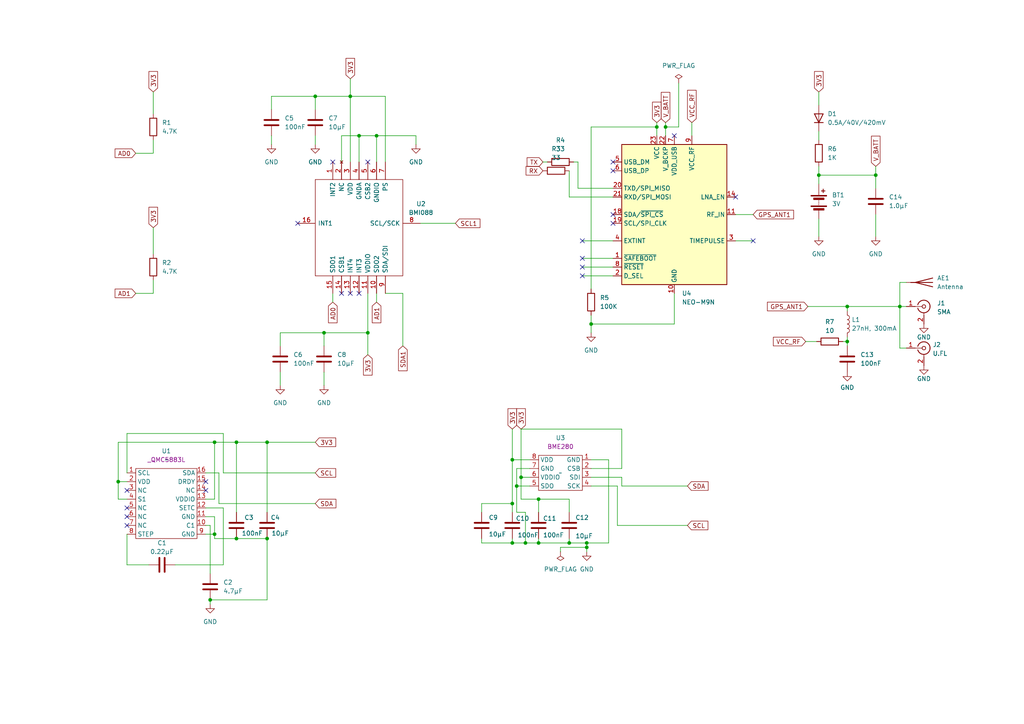
<source format=kicad_sch>
(kicad_sch
	(version 20231120)
	(generator "eeschema")
	(generator_version "8.0")
	(uuid "d339b9d8-51a7-460e-bb19-8d8c25d3e2aa")
	(paper "A4")
	(lib_symbols
		(symbol "Connector:Conn_Coaxial"
			(pin_names
				(offset 1.016) hide)
			(exclude_from_sim no)
			(in_bom yes)
			(on_board yes)
			(property "Reference" "J"
				(at 0.254 3.048 0)
				(effects
					(font
						(size 1.27 1.27)
					)
				)
			)
			(property "Value" "Conn_Coaxial"
				(at 2.921 0 90)
				(effects
					(font
						(size 1.27 1.27)
					)
				)
			)
			(property "Footprint" ""
				(at 0 0 0)
				(effects
					(font
						(size 1.27 1.27)
					)
					(hide yes)
				)
			)
			(property "Datasheet" " ~"
				(at 0 0 0)
				(effects
					(font
						(size 1.27 1.27)
					)
					(hide yes)
				)
			)
			(property "Description" "coaxial connector (BNC, SMA, SMB, SMC, Cinch/RCA, LEMO, ...)"
				(at 0 0 0)
				(effects
					(font
						(size 1.27 1.27)
					)
					(hide yes)
				)
			)
			(property "ki_keywords" "BNC SMA SMB SMC LEMO coaxial connector CINCH RCA"
				(at 0 0 0)
				(effects
					(font
						(size 1.27 1.27)
					)
					(hide yes)
				)
			)
			(property "ki_fp_filters" "*BNC* *SMA* *SMB* *SMC* *Cinch* *LEMO*"
				(at 0 0 0)
				(effects
					(font
						(size 1.27 1.27)
					)
					(hide yes)
				)
			)
			(symbol "Conn_Coaxial_0_1"
				(arc
					(start -1.778 -0.508)
					(mid 0.2311 -1.8066)
					(end 1.778 0)
					(stroke
						(width 0.254)
						(type default)
					)
					(fill
						(type none)
					)
				)
				(polyline
					(pts
						(xy -2.54 0) (xy -0.508 0)
					)
					(stroke
						(width 0)
						(type default)
					)
					(fill
						(type none)
					)
				)
				(polyline
					(pts
						(xy 0 -2.54) (xy 0 -1.778)
					)
					(stroke
						(width 0)
						(type default)
					)
					(fill
						(type none)
					)
				)
				(circle
					(center 0 0)
					(radius 0.508)
					(stroke
						(width 0.2032)
						(type default)
					)
					(fill
						(type none)
					)
				)
				(arc
					(start 1.778 0)
					(mid 0.2099 1.8101)
					(end -1.778 0.508)
					(stroke
						(width 0.254)
						(type default)
					)
					(fill
						(type none)
					)
				)
			)
			(symbol "Conn_Coaxial_1_1"
				(pin passive line
					(at -5.08 0 0)
					(length 2.54)
					(name "In"
						(effects
							(font
								(size 1.27 1.27)
							)
						)
					)
					(number "1"
						(effects
							(font
								(size 1.27 1.27)
							)
						)
					)
				)
				(pin passive line
					(at 0 -5.08 90)
					(length 2.54)
					(name "Ext"
						(effects
							(font
								(size 1.27 1.27)
							)
						)
					)
					(number "2"
						(effects
							(font
								(size 1.27 1.27)
							)
						)
					)
				)
			)
		)
		(symbol "Device:Antenna"
			(pin_numbers hide)
			(pin_names
				(offset 1.016) hide)
			(exclude_from_sim no)
			(in_bom yes)
			(on_board yes)
			(property "Reference" "AE"
				(at -1.905 1.905 0)
				(effects
					(font
						(size 1.27 1.27)
					)
					(justify right)
				)
			)
			(property "Value" "Antenna"
				(at -1.905 0 0)
				(effects
					(font
						(size 1.27 1.27)
					)
					(justify right)
				)
			)
			(property "Footprint" ""
				(at 0 0 0)
				(effects
					(font
						(size 1.27 1.27)
					)
					(hide yes)
				)
			)
			(property "Datasheet" "~"
				(at 0 0 0)
				(effects
					(font
						(size 1.27 1.27)
					)
					(hide yes)
				)
			)
			(property "Description" "Antenna"
				(at 0 0 0)
				(effects
					(font
						(size 1.27 1.27)
					)
					(hide yes)
				)
			)
			(property "ki_keywords" "antenna"
				(at 0 0 0)
				(effects
					(font
						(size 1.27 1.27)
					)
					(hide yes)
				)
			)
			(symbol "Antenna_0_1"
				(polyline
					(pts
						(xy 0 2.54) (xy 0 -3.81)
					)
					(stroke
						(width 0.254)
						(type default)
					)
					(fill
						(type none)
					)
				)
				(polyline
					(pts
						(xy 1.27 2.54) (xy 0 -2.54) (xy -1.27 2.54)
					)
					(stroke
						(width 0.254)
						(type default)
					)
					(fill
						(type none)
					)
				)
			)
			(symbol "Antenna_1_1"
				(pin input line
					(at 0 -5.08 90)
					(length 2.54)
					(name "A"
						(effects
							(font
								(size 1.27 1.27)
							)
						)
					)
					(number "1"
						(effects
							(font
								(size 1.27 1.27)
							)
						)
					)
				)
			)
		)
		(symbol "Device:Battery"
			(pin_numbers hide)
			(pin_names
				(offset 0) hide)
			(exclude_from_sim no)
			(in_bom yes)
			(on_board yes)
			(property "Reference" "BT"
				(at 2.54 2.54 0)
				(effects
					(font
						(size 1.27 1.27)
					)
					(justify left)
				)
			)
			(property "Value" "Battery"
				(at 2.54 0 0)
				(effects
					(font
						(size 1.27 1.27)
					)
					(justify left)
				)
			)
			(property "Footprint" ""
				(at 0 1.524 90)
				(effects
					(font
						(size 1.27 1.27)
					)
					(hide yes)
				)
			)
			(property "Datasheet" "~"
				(at 0 1.524 90)
				(effects
					(font
						(size 1.27 1.27)
					)
					(hide yes)
				)
			)
			(property "Description" "Multiple-cell battery"
				(at 0 0 0)
				(effects
					(font
						(size 1.27 1.27)
					)
					(hide yes)
				)
			)
			(property "ki_keywords" "batt voltage-source cell"
				(at 0 0 0)
				(effects
					(font
						(size 1.27 1.27)
					)
					(hide yes)
				)
			)
			(symbol "Battery_0_1"
				(rectangle
					(start -2.286 -1.27)
					(end 2.286 -1.524)
					(stroke
						(width 0)
						(type default)
					)
					(fill
						(type outline)
					)
				)
				(rectangle
					(start -2.286 1.778)
					(end 2.286 1.524)
					(stroke
						(width 0)
						(type default)
					)
					(fill
						(type outline)
					)
				)
				(rectangle
					(start -1.524 -2.032)
					(end 1.524 -2.54)
					(stroke
						(width 0)
						(type default)
					)
					(fill
						(type outline)
					)
				)
				(rectangle
					(start -1.524 1.016)
					(end 1.524 0.508)
					(stroke
						(width 0)
						(type default)
					)
					(fill
						(type outline)
					)
				)
				(polyline
					(pts
						(xy 0 -1.016) (xy 0 -0.762)
					)
					(stroke
						(width 0)
						(type default)
					)
					(fill
						(type none)
					)
				)
				(polyline
					(pts
						(xy 0 -0.508) (xy 0 -0.254)
					)
					(stroke
						(width 0)
						(type default)
					)
					(fill
						(type none)
					)
				)
				(polyline
					(pts
						(xy 0 0) (xy 0 0.254)
					)
					(stroke
						(width 0)
						(type default)
					)
					(fill
						(type none)
					)
				)
				(polyline
					(pts
						(xy 0 1.778) (xy 0 2.54)
					)
					(stroke
						(width 0)
						(type default)
					)
					(fill
						(type none)
					)
				)
				(polyline
					(pts
						(xy 0.762 3.048) (xy 1.778 3.048)
					)
					(stroke
						(width 0.254)
						(type default)
					)
					(fill
						(type none)
					)
				)
				(polyline
					(pts
						(xy 1.27 3.556) (xy 1.27 2.54)
					)
					(stroke
						(width 0.254)
						(type default)
					)
					(fill
						(type none)
					)
				)
			)
			(symbol "Battery_1_1"
				(pin passive line
					(at 0 5.08 270)
					(length 2.54)
					(name "+"
						(effects
							(font
								(size 1.27 1.27)
							)
						)
					)
					(number "1"
						(effects
							(font
								(size 1.27 1.27)
							)
						)
					)
				)
				(pin passive line
					(at 0 -5.08 90)
					(length 2.54)
					(name "-"
						(effects
							(font
								(size 1.27 1.27)
							)
						)
					)
					(number "2"
						(effects
							(font
								(size 1.27 1.27)
							)
						)
					)
				)
			)
		)
		(symbol "Device:C"
			(pin_numbers hide)
			(pin_names
				(offset 0.254)
			)
			(exclude_from_sim no)
			(in_bom yes)
			(on_board yes)
			(property "Reference" "C"
				(at 0.635 2.54 0)
				(effects
					(font
						(size 1.27 1.27)
					)
					(justify left)
				)
			)
			(property "Value" "C"
				(at 0.635 -2.54 0)
				(effects
					(font
						(size 1.27 1.27)
					)
					(justify left)
				)
			)
			(property "Footprint" ""
				(at 0.9652 -3.81 0)
				(effects
					(font
						(size 1.27 1.27)
					)
					(hide yes)
				)
			)
			(property "Datasheet" "~"
				(at 0 0 0)
				(effects
					(font
						(size 1.27 1.27)
					)
					(hide yes)
				)
			)
			(property "Description" "Unpolarized capacitor"
				(at 0 0 0)
				(effects
					(font
						(size 1.27 1.27)
					)
					(hide yes)
				)
			)
			(property "ki_keywords" "cap capacitor"
				(at 0 0 0)
				(effects
					(font
						(size 1.27 1.27)
					)
					(hide yes)
				)
			)
			(property "ki_fp_filters" "C_*"
				(at 0 0 0)
				(effects
					(font
						(size 1.27 1.27)
					)
					(hide yes)
				)
			)
			(symbol "C_0_1"
				(polyline
					(pts
						(xy -2.032 -0.762) (xy 2.032 -0.762)
					)
					(stroke
						(width 0.508)
						(type default)
					)
					(fill
						(type none)
					)
				)
				(polyline
					(pts
						(xy -2.032 0.762) (xy 2.032 0.762)
					)
					(stroke
						(width 0.508)
						(type default)
					)
					(fill
						(type none)
					)
				)
			)
			(symbol "C_1_1"
				(pin passive line
					(at 0 3.81 270)
					(length 2.794)
					(name "~"
						(effects
							(font
								(size 1.27 1.27)
							)
						)
					)
					(number "1"
						(effects
							(font
								(size 1.27 1.27)
							)
						)
					)
				)
				(pin passive line
					(at 0 -3.81 90)
					(length 2.794)
					(name "~"
						(effects
							(font
								(size 1.27 1.27)
							)
						)
					)
					(number "2"
						(effects
							(font
								(size 1.27 1.27)
							)
						)
					)
				)
			)
		)
		(symbol "Device:D"
			(pin_numbers hide)
			(pin_names
				(offset 1.016) hide)
			(exclude_from_sim no)
			(in_bom yes)
			(on_board yes)
			(property "Reference" "D"
				(at 0 2.54 0)
				(effects
					(font
						(size 1.27 1.27)
					)
				)
			)
			(property "Value" "D"
				(at 0 -2.54 0)
				(effects
					(font
						(size 1.27 1.27)
					)
				)
			)
			(property "Footprint" ""
				(at 0 0 0)
				(effects
					(font
						(size 1.27 1.27)
					)
					(hide yes)
				)
			)
			(property "Datasheet" "~"
				(at 0 0 0)
				(effects
					(font
						(size 1.27 1.27)
					)
					(hide yes)
				)
			)
			(property "Description" "Diode"
				(at 0 0 0)
				(effects
					(font
						(size 1.27 1.27)
					)
					(hide yes)
				)
			)
			(property "Sim.Device" "D"
				(at 0 0 0)
				(effects
					(font
						(size 1.27 1.27)
					)
					(hide yes)
				)
			)
			(property "Sim.Pins" "1=K 2=A"
				(at 0 0 0)
				(effects
					(font
						(size 1.27 1.27)
					)
					(hide yes)
				)
			)
			(property "ki_keywords" "diode"
				(at 0 0 0)
				(effects
					(font
						(size 1.27 1.27)
					)
					(hide yes)
				)
			)
			(property "ki_fp_filters" "TO-???* *_Diode_* *SingleDiode* D_*"
				(at 0 0 0)
				(effects
					(font
						(size 1.27 1.27)
					)
					(hide yes)
				)
			)
			(symbol "D_0_1"
				(polyline
					(pts
						(xy -1.27 1.27) (xy -1.27 -1.27)
					)
					(stroke
						(width 0.254)
						(type default)
					)
					(fill
						(type none)
					)
				)
				(polyline
					(pts
						(xy 1.27 0) (xy -1.27 0)
					)
					(stroke
						(width 0)
						(type default)
					)
					(fill
						(type none)
					)
				)
				(polyline
					(pts
						(xy 1.27 1.27) (xy 1.27 -1.27) (xy -1.27 0) (xy 1.27 1.27)
					)
					(stroke
						(width 0.254)
						(type default)
					)
					(fill
						(type none)
					)
				)
			)
			(symbol "D_1_1"
				(pin passive line
					(at -3.81 0 0)
					(length 2.54)
					(name "K"
						(effects
							(font
								(size 1.27 1.27)
							)
						)
					)
					(number "1"
						(effects
							(font
								(size 1.27 1.27)
							)
						)
					)
				)
				(pin passive line
					(at 3.81 0 180)
					(length 2.54)
					(name "A"
						(effects
							(font
								(size 1.27 1.27)
							)
						)
					)
					(number "2"
						(effects
							(font
								(size 1.27 1.27)
							)
						)
					)
				)
			)
		)
		(symbol "Device:L"
			(pin_numbers hide)
			(pin_names
				(offset 1.016) hide)
			(exclude_from_sim no)
			(in_bom yes)
			(on_board yes)
			(property "Reference" "L"
				(at -1.27 0 90)
				(effects
					(font
						(size 1.27 1.27)
					)
				)
			)
			(property "Value" "L"
				(at 1.905 0 90)
				(effects
					(font
						(size 1.27 1.27)
					)
				)
			)
			(property "Footprint" ""
				(at 0 0 0)
				(effects
					(font
						(size 1.27 1.27)
					)
					(hide yes)
				)
			)
			(property "Datasheet" "~"
				(at 0 0 0)
				(effects
					(font
						(size 1.27 1.27)
					)
					(hide yes)
				)
			)
			(property "Description" "Inductor"
				(at 0 0 0)
				(effects
					(font
						(size 1.27 1.27)
					)
					(hide yes)
				)
			)
			(property "ki_keywords" "inductor choke coil reactor magnetic"
				(at 0 0 0)
				(effects
					(font
						(size 1.27 1.27)
					)
					(hide yes)
				)
			)
			(property "ki_fp_filters" "Choke_* *Coil* Inductor_* L_*"
				(at 0 0 0)
				(effects
					(font
						(size 1.27 1.27)
					)
					(hide yes)
				)
			)
			(symbol "L_0_1"
				(arc
					(start 0 -2.54)
					(mid 0.6323 -1.905)
					(end 0 -1.27)
					(stroke
						(width 0)
						(type default)
					)
					(fill
						(type none)
					)
				)
				(arc
					(start 0 -1.27)
					(mid 0.6323 -0.635)
					(end 0 0)
					(stroke
						(width 0)
						(type default)
					)
					(fill
						(type none)
					)
				)
				(arc
					(start 0 0)
					(mid 0.6323 0.635)
					(end 0 1.27)
					(stroke
						(width 0)
						(type default)
					)
					(fill
						(type none)
					)
				)
				(arc
					(start 0 1.27)
					(mid 0.6323 1.905)
					(end 0 2.54)
					(stroke
						(width 0)
						(type default)
					)
					(fill
						(type none)
					)
				)
			)
			(symbol "L_1_1"
				(pin passive line
					(at 0 3.81 270)
					(length 1.27)
					(name "1"
						(effects
							(font
								(size 1.27 1.27)
							)
						)
					)
					(number "1"
						(effects
							(font
								(size 1.27 1.27)
							)
						)
					)
				)
				(pin passive line
					(at 0 -3.81 90)
					(length 1.27)
					(name "2"
						(effects
							(font
								(size 1.27 1.27)
							)
						)
					)
					(number "2"
						(effects
							(font
								(size 1.27 1.27)
							)
						)
					)
				)
			)
		)
		(symbol "Device:R"
			(pin_numbers hide)
			(pin_names
				(offset 0)
			)
			(exclude_from_sim no)
			(in_bom yes)
			(on_board yes)
			(property "Reference" "R"
				(at 2.032 0 90)
				(effects
					(font
						(size 1.27 1.27)
					)
				)
			)
			(property "Value" "R"
				(at 0 0 90)
				(effects
					(font
						(size 1.27 1.27)
					)
				)
			)
			(property "Footprint" ""
				(at -1.778 0 90)
				(effects
					(font
						(size 1.27 1.27)
					)
					(hide yes)
				)
			)
			(property "Datasheet" "~"
				(at 0 0 0)
				(effects
					(font
						(size 1.27 1.27)
					)
					(hide yes)
				)
			)
			(property "Description" "Resistor"
				(at 0 0 0)
				(effects
					(font
						(size 1.27 1.27)
					)
					(hide yes)
				)
			)
			(property "ki_keywords" "R res resistor"
				(at 0 0 0)
				(effects
					(font
						(size 1.27 1.27)
					)
					(hide yes)
				)
			)
			(property "ki_fp_filters" "R_*"
				(at 0 0 0)
				(effects
					(font
						(size 1.27 1.27)
					)
					(hide yes)
				)
			)
			(symbol "R_0_1"
				(rectangle
					(start -1.016 -2.54)
					(end 1.016 2.54)
					(stroke
						(width 0.254)
						(type default)
					)
					(fill
						(type none)
					)
				)
			)
			(symbol "R_1_1"
				(pin passive line
					(at 0 3.81 270)
					(length 1.27)
					(name "~"
						(effects
							(font
								(size 1.27 1.27)
							)
						)
					)
					(number "1"
						(effects
							(font
								(size 1.27 1.27)
							)
						)
					)
				)
				(pin passive line
					(at 0 -3.81 90)
					(length 1.27)
					(name "~"
						(effects
							(font
								(size 1.27 1.27)
							)
						)
					)
					(number "2"
						(effects
							(font
								(size 1.27 1.27)
							)
						)
					)
				)
			)
		)
		(symbol "RF_GPS:NEO-M9N"
			(exclude_from_sim no)
			(in_bom yes)
			(on_board yes)
			(property "Reference" "U"
				(at -13.97 21.59 0)
				(effects
					(font
						(size 1.27 1.27)
					)
				)
			)
			(property "Value" "NEO-M9N"
				(at 11.43 21.59 0)
				(effects
					(font
						(size 1.27 1.27)
					)
				)
			)
			(property "Footprint" "RF_GPS:ublox_NEO"
				(at 10.16 -21.59 0)
				(effects
					(font
						(size 1.27 1.27)
					)
					(hide yes)
				)
			)
			(property "Datasheet" "https://www.u-blox.com/sites/default/files/NEO-M9N-00B_DataSheet_UBX-19014285.pdf"
				(at 0 0 0)
				(effects
					(font
						(size 1.27 1.27)
					)
					(hide yes)
				)
			)
			(property "Description" "GNSS Module NEO M8, VCC 2.7V to 3.6V"
				(at 0 0 0)
				(effects
					(font
						(size 1.27 1.27)
					)
					(hide yes)
				)
			)
			(property "ki_keywords" "ublox GPS GNSS module"
				(at 0 0 0)
				(effects
					(font
						(size 1.27 1.27)
					)
					(hide yes)
				)
			)
			(property "ki_fp_filters" "ublox*NEO*"
				(at 0 0 0)
				(effects
					(font
						(size 1.27 1.27)
					)
					(hide yes)
				)
			)
			(symbol "NEO-M9N_0_1"
				(rectangle
					(start -15.24 20.32)
					(end 15.24 -20.32)
					(stroke
						(width 0.254)
						(type default)
					)
					(fill
						(type background)
					)
				)
			)
			(symbol "NEO-M9N_1_1"
				(pin input line
					(at -17.78 -12.7 0)
					(length 2.54)
					(name "~{SAFEBOOT}"
						(effects
							(font
								(size 1.27 1.27)
							)
						)
					)
					(number "1"
						(effects
							(font
								(size 1.27 1.27)
							)
						)
					)
				)
				(pin power_in line
					(at 0 -22.86 90)
					(length 2.54)
					(name "GND"
						(effects
							(font
								(size 1.27 1.27)
							)
						)
					)
					(number "10"
						(effects
							(font
								(size 1.27 1.27)
							)
						)
					)
				)
				(pin input line
					(at 17.78 0 180)
					(length 2.54)
					(name "RF_IN"
						(effects
							(font
								(size 1.27 1.27)
							)
						)
					)
					(number "11"
						(effects
							(font
								(size 1.27 1.27)
							)
						)
					)
				)
				(pin passive line
					(at 0 -22.86 90)
					(length 2.54) hide
					(name "GND"
						(effects
							(font
								(size 1.27 1.27)
							)
						)
					)
					(number "12"
						(effects
							(font
								(size 1.27 1.27)
							)
						)
					)
				)
				(pin passive line
					(at 0 -22.86 90)
					(length 2.54) hide
					(name "GND"
						(effects
							(font
								(size 1.27 1.27)
							)
						)
					)
					(number "13"
						(effects
							(font
								(size 1.27 1.27)
							)
						)
					)
				)
				(pin output line
					(at 17.78 5.08 180)
					(length 2.54)
					(name "LNA_EN"
						(effects
							(font
								(size 1.27 1.27)
							)
						)
					)
					(number "14"
						(effects
							(font
								(size 1.27 1.27)
							)
						)
					)
				)
				(pin no_connect line
					(at 15.24 -10.16 180)
					(length 2.54) hide
					(name "RESERVED"
						(effects
							(font
								(size 1.27 1.27)
							)
						)
					)
					(number "15"
						(effects
							(font
								(size 1.27 1.27)
							)
						)
					)
				)
				(pin no_connect line
					(at 15.24 -12.7 180)
					(length 2.54) hide
					(name "RESERVED"
						(effects
							(font
								(size 1.27 1.27)
							)
						)
					)
					(number "16"
						(effects
							(font
								(size 1.27 1.27)
							)
						)
					)
				)
				(pin no_connect line
					(at 15.24 -15.24 180)
					(length 2.54) hide
					(name "RESERVED"
						(effects
							(font
								(size 1.27 1.27)
							)
						)
					)
					(number "17"
						(effects
							(font
								(size 1.27 1.27)
							)
						)
					)
				)
				(pin bidirectional line
					(at -17.78 0 0)
					(length 2.54)
					(name "SDA/~{SPI_CS}"
						(effects
							(font
								(size 1.27 1.27)
							)
						)
					)
					(number "18"
						(effects
							(font
								(size 1.27 1.27)
							)
						)
					)
				)
				(pin input line
					(at -17.78 -2.54 0)
					(length 2.54)
					(name "SCL/SPI_CLK"
						(effects
							(font
								(size 1.27 1.27)
							)
						)
					)
					(number "19"
						(effects
							(font
								(size 1.27 1.27)
							)
						)
					)
				)
				(pin input line
					(at -17.78 -17.78 0)
					(length 2.54)
					(name "D_SEL"
						(effects
							(font
								(size 1.27 1.27)
							)
						)
					)
					(number "2"
						(effects
							(font
								(size 1.27 1.27)
							)
						)
					)
				)
				(pin output line
					(at -17.78 7.62 0)
					(length 2.54)
					(name "TXD/SPI_MISO"
						(effects
							(font
								(size 1.27 1.27)
							)
						)
					)
					(number "20"
						(effects
							(font
								(size 1.27 1.27)
							)
						)
					)
				)
				(pin input line
					(at -17.78 5.08 0)
					(length 2.54)
					(name "RXD/SPI_MOSI"
						(effects
							(font
								(size 1.27 1.27)
							)
						)
					)
					(number "21"
						(effects
							(font
								(size 1.27 1.27)
							)
						)
					)
				)
				(pin power_in line
					(at -2.54 22.86 270)
					(length 2.54)
					(name "V_BCKP"
						(effects
							(font
								(size 1.27 1.27)
							)
						)
					)
					(number "22"
						(effects
							(font
								(size 1.27 1.27)
							)
						)
					)
				)
				(pin power_in line
					(at -5.08 22.86 270)
					(length 2.54)
					(name "VCC"
						(effects
							(font
								(size 1.27 1.27)
							)
						)
					)
					(number "23"
						(effects
							(font
								(size 1.27 1.27)
							)
						)
					)
				)
				(pin passive line
					(at 0 -22.86 90)
					(length 2.54) hide
					(name "GND"
						(effects
							(font
								(size 1.27 1.27)
							)
						)
					)
					(number "24"
						(effects
							(font
								(size 1.27 1.27)
							)
						)
					)
				)
				(pin output line
					(at 17.78 -7.62 180)
					(length 2.54)
					(name "TIMEPULSE"
						(effects
							(font
								(size 1.27 1.27)
							)
						)
					)
					(number "3"
						(effects
							(font
								(size 1.27 1.27)
							)
						)
					)
				)
				(pin input line
					(at -17.78 -7.62 0)
					(length 2.54)
					(name "EXTINT"
						(effects
							(font
								(size 1.27 1.27)
							)
						)
					)
					(number "4"
						(effects
							(font
								(size 1.27 1.27)
							)
						)
					)
				)
				(pin bidirectional line
					(at -17.78 15.24 0)
					(length 2.54)
					(name "USB_DM"
						(effects
							(font
								(size 1.27 1.27)
							)
						)
					)
					(number "5"
						(effects
							(font
								(size 1.27 1.27)
							)
						)
					)
				)
				(pin bidirectional line
					(at -17.78 12.7 0)
					(length 2.54)
					(name "USB_DP"
						(effects
							(font
								(size 1.27 1.27)
							)
						)
					)
					(number "6"
						(effects
							(font
								(size 1.27 1.27)
							)
						)
					)
				)
				(pin power_in line
					(at 0 22.86 270)
					(length 2.54)
					(name "VDD_USB"
						(effects
							(font
								(size 1.27 1.27)
							)
						)
					)
					(number "7"
						(effects
							(font
								(size 1.27 1.27)
							)
						)
					)
				)
				(pin input line
					(at -17.78 -15.24 0)
					(length 2.54)
					(name "~{RESET}"
						(effects
							(font
								(size 1.27 1.27)
							)
						)
					)
					(number "8"
						(effects
							(font
								(size 1.27 1.27)
							)
						)
					)
				)
				(pin power_out line
					(at 5.08 22.86 270)
					(length 2.54)
					(name "VCC_RF"
						(effects
							(font
								(size 1.27 1.27)
							)
						)
					)
					(number "9"
						(effects
							(font
								(size 1.27 1.27)
							)
						)
					)
				)
			)
		)
		(symbol "SamacSys_Parts:BMI088"
			(pin_names
				(offset 0.762)
			)
			(exclude_from_sim no)
			(in_bom yes)
			(on_board yes)
			(property "Reference" "IC"
				(at 31.75 17.78 0)
				(effects
					(font
						(size 1.27 1.27)
					)
					(justify left)
				)
			)
			(property "Value" "BMI088"
				(at 31.75 15.24 0)
				(effects
					(font
						(size 1.27 1.27)
					)
					(justify left)
				)
			)
			(property "Footprint" "BMI088"
				(at 31.75 12.7 0)
				(effects
					(font
						(size 1.27 1.27)
					)
					(justify left)
					(hide yes)
				)
			)
			(property "Datasheet" "http://uk.rs-online.com/web/p/products/2457367P"
				(at 31.75 10.16 0)
				(effects
					(font
						(size 1.27 1.27)
					)
					(justify left)
					(hide yes)
				)
			)
			(property "Description" "Inertial Measurement Unit Digital Output 2.5V/3.3V Automotive"
				(at 31.75 7.62 0)
				(effects
					(font
						(size 1.27 1.27)
					)
					(justify left)
					(hide yes)
				)
			)
			(property "Height" "1.45"
				(at 31.75 5.08 0)
				(effects
					(font
						(size 1.27 1.27)
					)
					(justify left)
					(hide yes)
				)
			)
			(property "RS Part Number" "2457367P"
				(at 31.75 2.54 0)
				(effects
					(font
						(size 1.27 1.27)
					)
					(justify left)
					(hide yes)
				)
			)
			(property "RS Price/Stock" "http://uk.rs-online.com/web/p/products/2457367P"
				(at 31.75 0 0)
				(effects
					(font
						(size 1.27 1.27)
					)
					(justify left)
					(hide yes)
				)
			)
			(property "Manufacturer_Name" "BOSCH"
				(at 31.75 -2.54 0)
				(effects
					(font
						(size 1.27 1.27)
					)
					(justify left)
					(hide yes)
				)
			)
			(property "Manufacturer_Part_Number" "BMI088"
				(at 31.75 -5.08 0)
				(effects
					(font
						(size 1.27 1.27)
					)
					(justify left)
					(hide yes)
				)
			)
			(symbol "BMI088_0_0"
				(pin passive line
					(at 10.16 17.78 270)
					(length 5.08)
					(name "INT2"
						(effects
							(font
								(size 1.27 1.27)
							)
						)
					)
					(number "1"
						(effects
							(font
								(size 1.27 1.27)
							)
						)
					)
				)
				(pin passive line
					(at 22.86 -20.32 90)
					(length 5.08)
					(name "SDO2"
						(effects
							(font
								(size 1.27 1.27)
							)
						)
					)
					(number "10"
						(effects
							(font
								(size 1.27 1.27)
							)
						)
					)
				)
				(pin passive line
					(at 20.32 -20.32 90)
					(length 5.08)
					(name "VDDIO"
						(effects
							(font
								(size 1.27 1.27)
							)
						)
					)
					(number "11"
						(effects
							(font
								(size 1.27 1.27)
							)
						)
					)
				)
				(pin passive line
					(at 17.78 -20.32 90)
					(length 5.08)
					(name "INT3"
						(effects
							(font
								(size 1.27 1.27)
							)
						)
					)
					(number "12"
						(effects
							(font
								(size 1.27 1.27)
							)
						)
					)
				)
				(pin passive line
					(at 15.24 -20.32 90)
					(length 5.08)
					(name "INT4"
						(effects
							(font
								(size 1.27 1.27)
							)
						)
					)
					(number "13"
						(effects
							(font
								(size 1.27 1.27)
							)
						)
					)
				)
				(pin passive line
					(at 12.7 -20.32 90)
					(length 5.08)
					(name "CSB1"
						(effects
							(font
								(size 1.27 1.27)
							)
						)
					)
					(number "14"
						(effects
							(font
								(size 1.27 1.27)
							)
						)
					)
				)
				(pin passive line
					(at 10.16 -20.32 90)
					(length 5.08)
					(name "SDO1"
						(effects
							(font
								(size 1.27 1.27)
							)
						)
					)
					(number "15"
						(effects
							(font
								(size 1.27 1.27)
							)
						)
					)
				)
				(pin passive line
					(at 0 0 0)
					(length 5.08)
					(name "INT1"
						(effects
							(font
								(size 1.27 1.27)
							)
						)
					)
					(number "16"
						(effects
							(font
								(size 1.27 1.27)
							)
						)
					)
				)
				(pin no_connect line
					(at 12.7 17.78 270)
					(length 5.08)
					(name "NC"
						(effects
							(font
								(size 1.27 1.27)
							)
						)
					)
					(number "2"
						(effects
							(font
								(size 1.27 1.27)
							)
						)
					)
				)
				(pin passive line
					(at 15.24 17.78 270)
					(length 5.08)
					(name "VDD"
						(effects
							(font
								(size 1.27 1.27)
							)
						)
					)
					(number "3"
						(effects
							(font
								(size 1.27 1.27)
							)
						)
					)
				)
				(pin passive line
					(at 17.78 17.78 270)
					(length 5.08)
					(name "GNDA"
						(effects
							(font
								(size 1.27 1.27)
							)
						)
					)
					(number "4"
						(effects
							(font
								(size 1.27 1.27)
							)
						)
					)
				)
				(pin passive line
					(at 20.32 17.78 270)
					(length 5.08)
					(name "CSB2"
						(effects
							(font
								(size 1.27 1.27)
							)
						)
					)
					(number "5"
						(effects
							(font
								(size 1.27 1.27)
							)
						)
					)
				)
				(pin passive line
					(at 22.86 17.78 270)
					(length 5.08)
					(name "GNDIO"
						(effects
							(font
								(size 1.27 1.27)
							)
						)
					)
					(number "6"
						(effects
							(font
								(size 1.27 1.27)
							)
						)
					)
				)
				(pin passive line
					(at 25.4 17.78 270)
					(length 5.08)
					(name "PS"
						(effects
							(font
								(size 1.27 1.27)
							)
						)
					)
					(number "7"
						(effects
							(font
								(size 1.27 1.27)
							)
						)
					)
				)
				(pin passive line
					(at 35.56 0 180)
					(length 5.08)
					(name "SCL/SCK"
						(effects
							(font
								(size 1.27 1.27)
							)
						)
					)
					(number "8"
						(effects
							(font
								(size 1.27 1.27)
							)
						)
					)
				)
				(pin passive line
					(at 25.4 -20.32 90)
					(length 5.08)
					(name "SDA/SDI"
						(effects
							(font
								(size 1.27 1.27)
							)
						)
					)
					(number "9"
						(effects
							(font
								(size 1.27 1.27)
							)
						)
					)
				)
			)
			(symbol "BMI088_0_1"
				(polyline
					(pts
						(xy 5.08 12.7) (xy 30.48 12.7) (xy 30.48 -15.24) (xy 5.08 -15.24) (xy 5.08 12.7)
					)
					(stroke
						(width 0.1524)
						(type solid)
					)
					(fill
						(type none)
					)
				)
			)
		)
		(symbol "WOBCLibrary:BME280"
			(exclude_from_sim no)
			(in_bom yes)
			(on_board yes)
			(property "Reference" "U"
				(at 0 10.16 0)
				(effects
					(font
						(size 1.27 1.27)
					)
				)
			)
			(property "Value" ""
				(at 0 0 0)
				(effects
					(font
						(size 1.27 1.27)
					)
				)
			)
			(property "Footprint" ""
				(at 0 0 0)
				(effects
					(font
						(size 1.27 1.27)
					)
					(hide yes)
				)
			)
			(property "Datasheet" ""
				(at 0 0 0)
				(effects
					(font
						(size 1.27 1.27)
					)
					(hide yes)
				)
			)
			(property "Description" ""
				(at 0 0 0)
				(effects
					(font
						(size 1.27 1.27)
					)
					(hide yes)
				)
			)
			(property "シンボル名" "BME280"
				(at 0 7.62 0)
				(effects
					(font
						(size 1.27 1.27)
					)
				)
			)
			(symbol "BME280_0_1"
				(rectangle
					(start -6.35 5.08)
					(end 6.35 -5.08)
					(stroke
						(width 0)
						(type default)
					)
					(fill
						(type none)
					)
				)
			)
			(symbol "BME280_1_1"
				(pin input line
					(at 8.89 3.81 180)
					(length 2.54)
					(name "GND"
						(effects
							(font
								(size 1.27 1.27)
							)
						)
					)
					(number "1"
						(effects
							(font
								(size 1.27 1.27)
							)
						)
					)
				)
				(pin input line
					(at 8.89 1.27 180)
					(length 2.54)
					(name "CSB"
						(effects
							(font
								(size 1.27 1.27)
							)
						)
					)
					(number "2"
						(effects
							(font
								(size 1.27 1.27)
							)
						)
					)
				)
				(pin input line
					(at 8.89 -1.27 180)
					(length 2.54)
					(name "SDI"
						(effects
							(font
								(size 1.27 1.27)
							)
						)
					)
					(number "3"
						(effects
							(font
								(size 1.27 1.27)
							)
						)
					)
				)
				(pin input line
					(at 8.89 -3.81 180)
					(length 2.54)
					(name "SCK"
						(effects
							(font
								(size 1.27 1.27)
							)
						)
					)
					(number "4"
						(effects
							(font
								(size 1.27 1.27)
							)
						)
					)
				)
				(pin input line
					(at -8.89 -3.81 0)
					(length 2.54)
					(name "SDO"
						(effects
							(font
								(size 1.27 1.27)
							)
						)
					)
					(number "5"
						(effects
							(font
								(size 1.27 1.27)
							)
						)
					)
				)
				(pin input line
					(at -8.89 -1.27 0)
					(length 2.54)
					(name "VDDIO"
						(effects
							(font
								(size 1.27 1.27)
							)
						)
					)
					(number "6"
						(effects
							(font
								(size 1.27 1.27)
							)
						)
					)
				)
				(pin input line
					(at -8.89 1.27 0)
					(length 2.54)
					(name "GND"
						(effects
							(font
								(size 1.27 1.27)
							)
						)
					)
					(number "7"
						(effects
							(font
								(size 1.27 1.27)
							)
						)
					)
				)
				(pin input line
					(at -8.89 3.81 0)
					(length 2.54)
					(name "VDD"
						(effects
							(font
								(size 1.27 1.27)
							)
						)
					)
					(number "8"
						(effects
							(font
								(size 1.27 1.27)
							)
						)
					)
				)
			)
		)
		(symbol "WOBCLibrary:_QMC5883L"
			(exclude_from_sim no)
			(in_bom yes)
			(on_board yes)
			(property "Reference" "U"
				(at 0 2.54 0)
				(effects
					(font
						(size 1.27 1.27)
					)
				)
			)
			(property "Value" ""
				(at 0 0 0)
				(effects
					(font
						(size 1.27 1.27)
					)
				)
			)
			(property "Footprint" ""
				(at 0 0 0)
				(effects
					(font
						(size 1.27 1.27)
					)
					(hide yes)
				)
			)
			(property "Datasheet" ""
				(at 0 0 0)
				(effects
					(font
						(size 1.27 1.27)
					)
					(hide yes)
				)
			)
			(property "Description" ""
				(at 0 0 0)
				(effects
					(font
						(size 1.27 1.27)
					)
					(hide yes)
				)
			)
			(property "シンボル名" "_QMC5883L"
				(at 0 0 0)
				(effects
					(font
						(size 1.27 1.27)
					)
				)
			)
			(symbol "_QMC5883L_0_1"
				(rectangle
					(start -8.89 -2.54)
					(end 8.89 -22.86)
					(stroke
						(width 0)
						(type default)
					)
					(fill
						(type none)
					)
				)
			)
			(symbol "_QMC5883L_1_1"
				(pin input line
					(at -11.43 -3.81 0)
					(length 2.54)
					(name "SCL"
						(effects
							(font
								(size 1.27 1.27)
							)
						)
					)
					(number "1"
						(effects
							(font
								(size 1.27 1.27)
							)
						)
					)
				)
				(pin input line
					(at 11.43 -19.05 180)
					(length 2.54)
					(name "C1"
						(effects
							(font
								(size 1.27 1.27)
							)
						)
					)
					(number "10"
						(effects
							(font
								(size 1.27 1.27)
							)
						)
					)
				)
				(pin input line
					(at 11.43 -16.51 180)
					(length 2.54)
					(name "GND"
						(effects
							(font
								(size 1.27 1.27)
							)
						)
					)
					(number "11"
						(effects
							(font
								(size 1.27 1.27)
							)
						)
					)
				)
				(pin input line
					(at 11.43 -13.97 180)
					(length 2.54)
					(name "SETC"
						(effects
							(font
								(size 1.27 1.27)
							)
						)
					)
					(number "12"
						(effects
							(font
								(size 1.27 1.27)
							)
						)
					)
				)
				(pin input line
					(at 11.43 -11.43 180)
					(length 2.54)
					(name "VDDIO"
						(effects
							(font
								(size 1.27 1.27)
							)
						)
					)
					(number "13"
						(effects
							(font
								(size 1.27 1.27)
							)
						)
					)
				)
				(pin input line
					(at 11.43 -8.89 180)
					(length 2.54)
					(name "NC"
						(effects
							(font
								(size 1.27 1.27)
							)
						)
					)
					(number "14"
						(effects
							(font
								(size 1.27 1.27)
							)
						)
					)
				)
				(pin input line
					(at 11.43 -6.35 180)
					(length 2.54)
					(name "DRDY"
						(effects
							(font
								(size 1.27 1.27)
							)
						)
					)
					(number "15"
						(effects
							(font
								(size 1.27 1.27)
							)
						)
					)
				)
				(pin input line
					(at 11.43 -3.81 180)
					(length 2.54)
					(name "SDA"
						(effects
							(font
								(size 1.27 1.27)
							)
						)
					)
					(number "16"
						(effects
							(font
								(size 1.27 1.27)
							)
						)
					)
				)
				(pin input line
					(at -11.43 -6.35 0)
					(length 2.54)
					(name "VDD"
						(effects
							(font
								(size 1.27 1.27)
							)
						)
					)
					(number "2"
						(effects
							(font
								(size 1.27 1.27)
							)
						)
					)
				)
				(pin input line
					(at -11.43 -8.89 0)
					(length 2.54)
					(name "NC"
						(effects
							(font
								(size 1.27 1.27)
							)
						)
					)
					(number "3"
						(effects
							(font
								(size 1.27 1.27)
							)
						)
					)
				)
				(pin input line
					(at -11.43 -11.43 0)
					(length 2.54)
					(name "S1"
						(effects
							(font
								(size 1.27 1.27)
							)
						)
					)
					(number "4"
						(effects
							(font
								(size 1.27 1.27)
							)
						)
					)
				)
				(pin input line
					(at -11.43 -13.97 0)
					(length 2.54)
					(name "NC"
						(effects
							(font
								(size 1.27 1.27)
							)
						)
					)
					(number "5"
						(effects
							(font
								(size 1.27 1.27)
							)
						)
					)
				)
				(pin input line
					(at -11.43 -16.51 0)
					(length 2.54)
					(name "NC"
						(effects
							(font
								(size 1.27 1.27)
							)
						)
					)
					(number "6"
						(effects
							(font
								(size 1.27 1.27)
							)
						)
					)
				)
				(pin input line
					(at -11.43 -19.05 0)
					(length 2.54)
					(name "NC"
						(effects
							(font
								(size 1.27 1.27)
							)
						)
					)
					(number "7"
						(effects
							(font
								(size 1.27 1.27)
							)
						)
					)
				)
				(pin input line
					(at -11.43 -21.59 0)
					(length 2.54)
					(name "STEP"
						(effects
							(font
								(size 1.27 1.27)
							)
						)
					)
					(number "8"
						(effects
							(font
								(size 1.27 1.27)
							)
						)
					)
				)
				(pin input line
					(at 11.43 -21.59 180)
					(length 2.54)
					(name "GND"
						(effects
							(font
								(size 1.27 1.27)
							)
						)
					)
					(number "9"
						(effects
							(font
								(size 1.27 1.27)
							)
						)
					)
				)
			)
		)
		(symbol "power:GND"
			(power)
			(pin_names
				(offset 0)
			)
			(exclude_from_sim no)
			(in_bom yes)
			(on_board yes)
			(property "Reference" "#PWR"
				(at 0 -6.35 0)
				(effects
					(font
						(size 1.27 1.27)
					)
					(hide yes)
				)
			)
			(property "Value" "GND"
				(at 0 -3.81 0)
				(effects
					(font
						(size 1.27 1.27)
					)
				)
			)
			(property "Footprint" ""
				(at 0 0 0)
				(effects
					(font
						(size 1.27 1.27)
					)
					(hide yes)
				)
			)
			(property "Datasheet" ""
				(at 0 0 0)
				(effects
					(font
						(size 1.27 1.27)
					)
					(hide yes)
				)
			)
			(property "Description" "Power symbol creates a global label with name \"GND\" , ground"
				(at 0 0 0)
				(effects
					(font
						(size 1.27 1.27)
					)
					(hide yes)
				)
			)
			(property "ki_keywords" "global power"
				(at 0 0 0)
				(effects
					(font
						(size 1.27 1.27)
					)
					(hide yes)
				)
			)
			(symbol "GND_0_1"
				(polyline
					(pts
						(xy 0 0) (xy 0 -1.27) (xy 1.27 -1.27) (xy 0 -2.54) (xy -1.27 -1.27) (xy 0 -1.27)
					)
					(stroke
						(width 0)
						(type default)
					)
					(fill
						(type none)
					)
				)
			)
			(symbol "GND_1_1"
				(pin power_in line
					(at 0 0 270)
					(length 0) hide
					(name "GND"
						(effects
							(font
								(size 1.27 1.27)
							)
						)
					)
					(number "1"
						(effects
							(font
								(size 1.27 1.27)
							)
						)
					)
				)
			)
		)
		(symbol "power:PWR_FLAG"
			(power)
			(pin_numbers hide)
			(pin_names
				(offset 0) hide)
			(exclude_from_sim no)
			(in_bom yes)
			(on_board yes)
			(property "Reference" "#FLG"
				(at 0 1.905 0)
				(effects
					(font
						(size 1.27 1.27)
					)
					(hide yes)
				)
			)
			(property "Value" "PWR_FLAG"
				(at 0 3.81 0)
				(effects
					(font
						(size 1.27 1.27)
					)
				)
			)
			(property "Footprint" ""
				(at 0 0 0)
				(effects
					(font
						(size 1.27 1.27)
					)
					(hide yes)
				)
			)
			(property "Datasheet" "~"
				(at 0 0 0)
				(effects
					(font
						(size 1.27 1.27)
					)
					(hide yes)
				)
			)
			(property "Description" "Special symbol for telling ERC where power comes from"
				(at 0 0 0)
				(effects
					(font
						(size 1.27 1.27)
					)
					(hide yes)
				)
			)
			(property "ki_keywords" "flag power"
				(at 0 0 0)
				(effects
					(font
						(size 1.27 1.27)
					)
					(hide yes)
				)
			)
			(symbol "PWR_FLAG_0_0"
				(pin power_out line
					(at 0 0 90)
					(length 0)
					(name "pwr"
						(effects
							(font
								(size 1.27 1.27)
							)
						)
					)
					(number "1"
						(effects
							(font
								(size 1.27 1.27)
							)
						)
					)
				)
			)
			(symbol "PWR_FLAG_0_1"
				(polyline
					(pts
						(xy 0 0) (xy 0 1.27) (xy -1.016 1.905) (xy 0 2.54) (xy 1.016 1.905) (xy 0 1.27)
					)
					(stroke
						(width 0)
						(type default)
					)
					(fill
						(type none)
					)
				)
			)
		)
	)
	(junction
		(at 62.23 128.27)
		(diameter 0)
		(color 0 0 0 0)
		(uuid "1ea4f9e1-8143-44c5-a592-2415f5b9be12")
	)
	(junction
		(at 156.21 144.78)
		(diameter 0)
		(color 0 0 0 0)
		(uuid "20f2ea04-bb05-4814-8300-7c6c4a084522")
	)
	(junction
		(at 77.47 156.21)
		(diameter 0)
		(color 0 0 0 0)
		(uuid "2240a389-3c54-4dd3-bdc1-ab9e4fae32e6")
	)
	(junction
		(at 68.58 156.21)
		(diameter 0)
		(color 0 0 0 0)
		(uuid "236f4e20-351c-4a7e-b13a-005752cf8dd6")
	)
	(junction
		(at 93.98 96.52)
		(diameter 0)
		(color 0 0 0 0)
		(uuid "247b0c64-fd21-4fca-adda-c98608f7b51c")
	)
	(junction
		(at 149.86 140.97)
		(diameter 0)
		(color 0 0 0 0)
		(uuid "2a055cbc-e8e8-4115-8e60-8d76f472b1ad")
	)
	(junction
		(at 260.985 88.9)
		(diameter 0)
		(color 0 0 0 0)
		(uuid "2a2f4fd6-dfc2-4622-b97d-0bea48032229")
	)
	(junction
		(at 62.23 154.94)
		(diameter 0)
		(color 0 0 0 0)
		(uuid "304c3923-ff63-42a8-980f-98cbc8e366d4")
	)
	(junction
		(at 170.18 157.48)
		(diameter 0)
		(color 0 0 0 0)
		(uuid "32ba5992-26f2-49d3-b804-d11d581c6705")
	)
	(junction
		(at 148.59 146.05)
		(diameter 0)
		(color 0 0 0 0)
		(uuid "32ed2923-62d9-4e8c-ac03-01539810cde5")
	)
	(junction
		(at 148.59 133.35)
		(diameter 0)
		(color 0 0 0 0)
		(uuid "378d9b51-22a4-4551-a7dc-3afd9f83174a")
	)
	(junction
		(at 151.13 138.43)
		(diameter 0)
		(color 0 0 0 0)
		(uuid "4857241e-2f5d-446b-8c80-4570477f915a")
	)
	(junction
		(at 106.68 96.52)
		(diameter 0)
		(color 0 0 0 0)
		(uuid "6df8a1df-250e-42fb-bd97-d71a28b5e3ae")
	)
	(junction
		(at 101.6 27.94)
		(diameter 0)
		(color 0 0 0 0)
		(uuid "6e510472-12b1-4b4b-a3be-fb36a4345690")
	)
	(junction
		(at 245.745 99.06)
		(diameter 0)
		(color 0 0 0 0)
		(uuid "70c4f860-e64b-4381-827e-2bf71be218ed")
	)
	(junction
		(at 91.44 27.94)
		(diameter 0)
		(color 0 0 0 0)
		(uuid "7b116fe2-e379-4e25-9850-ea3153c1129c")
	)
	(junction
		(at 34.29 139.7)
		(diameter 0)
		(color 0 0 0 0)
		(uuid "7d7f4daa-e01f-480d-a4e0-567e878fae16")
	)
	(junction
		(at 190.5 36.83)
		(diameter 0)
		(color 0 0 0 0)
		(uuid "821c37cf-5130-4953-a24c-2aa9278c3318")
	)
	(junction
		(at 109.22 39.37)
		(diameter 0)
		(color 0 0 0 0)
		(uuid "a751a169-eec4-494a-8406-16a99dcad0ed")
	)
	(junction
		(at 77.47 128.27)
		(diameter 0)
		(color 0 0 0 0)
		(uuid "ca804f06-eda4-43aa-a076-131d033805cb")
	)
	(junction
		(at 152.4 157.48)
		(diameter 0)
		(color 0 0 0 0)
		(uuid "cd8e4ad7-ac1b-4838-8355-1254f82bdaac")
	)
	(junction
		(at 171.45 93.98)
		(diameter 0)
		(color 0 0 0 0)
		(uuid "cddd5c45-eedb-45d6-886f-3b18ccc42db7")
	)
	(junction
		(at 254 50.8)
		(diameter 0)
		(color 0 0 0 0)
		(uuid "d2331578-9f2a-4a9d-aa7b-5bbfa44a2fd4")
	)
	(junction
		(at 245.745 88.9)
		(diameter 0)
		(color 0 0 0 0)
		(uuid "d5414a61-37f8-4ecf-9fa4-412b0eaa6f42")
	)
	(junction
		(at 156.21 157.48)
		(diameter 0)
		(color 0 0 0 0)
		(uuid "dd4b31bc-b435-4736-be8a-12dacbccc3da")
	)
	(junction
		(at 165.1 157.48)
		(diameter 0)
		(color 0 0 0 0)
		(uuid "e06d7351-bed9-4790-9de3-215096d2fb26")
	)
	(junction
		(at 148.59 157.48)
		(diameter 0)
		(color 0 0 0 0)
		(uuid "e396f7cc-0d7c-438d-bd42-c6cbae250821")
	)
	(junction
		(at 104.14 39.37)
		(diameter 0)
		(color 0 0 0 0)
		(uuid "e59d31b7-0ade-40b8-beec-2dbe265e8270")
	)
	(junction
		(at 60.96 173.99)
		(diameter 0)
		(color 0 0 0 0)
		(uuid "f49cdc7e-66a3-42ea-903d-2351bafd4831")
	)
	(junction
		(at 193.04 36.83)
		(diameter 0)
		(color 0 0 0 0)
		(uuid "f92a8f57-b3dd-4c63-abbb-3106d77e1a6a")
	)
	(junction
		(at 237.49 50.8)
		(diameter 0)
		(color 0 0 0 0)
		(uuid "fdc7eb41-4208-462f-86a4-f2ae781a58d8")
	)
	(junction
		(at 170.18 158.75)
		(diameter 0)
		(color 0 0 0 0)
		(uuid "fe7f7c4b-6e24-4acd-a1b2-4101f0cfb93e")
	)
	(junction
		(at 68.58 128.27)
		(diameter 0)
		(color 0 0 0 0)
		(uuid "ff485b3e-82a4-4e91-b8b1-3020a06e77a6")
	)
	(no_connect
		(at 36.83 152.4)
		(uuid "048addaa-c3c4-43ba-ac10-d356fb5d2722")
	)
	(no_connect
		(at 104.14 85.09)
		(uuid "11abbfe0-0e9f-463f-847d-6268deea7840")
	)
	(no_connect
		(at 168.91 77.47)
		(uuid "14fbfe71-3ad4-46b6-b149-2f001cb56a89")
	)
	(no_connect
		(at 106.68 46.99)
		(uuid "395d8f19-0a3a-4ba9-95ad-6b99aaf12512")
	)
	(no_connect
		(at 177.8 46.99)
		(uuid "41848299-6702-4ae0-a8ec-caa6ceb92e3c")
	)
	(no_connect
		(at 86.36 64.77)
		(uuid "56459831-86a2-4e10-a830-65c133964160")
	)
	(no_connect
		(at 101.6 85.09)
		(uuid "640eeaaa-4db6-4a0a-b8d7-67c2d1332af5")
	)
	(no_connect
		(at 177.8 64.77)
		(uuid "6b00a4f9-fb75-44d0-9e49-2e2c8b0093e0")
	)
	(no_connect
		(at 168.91 80.01)
		(uuid "6f39eaf1-9956-4cdb-a468-dc87b14fe5f0")
	)
	(no_connect
		(at 36.83 147.32)
		(uuid "87b49ff8-50c0-4432-94f7-828c7e639a78")
	)
	(no_connect
		(at 177.8 62.23)
		(uuid "969dc4a9-86c9-4921-8dbb-17bd2d204fe1")
	)
	(no_connect
		(at 36.83 149.86)
		(uuid "98bb74a2-490e-476c-9098-a6ffa2dfb06d")
	)
	(no_connect
		(at 168.91 74.93)
		(uuid "9a53bb1f-9b65-436d-a683-7336159120ca")
	)
	(no_connect
		(at 168.91 69.85)
		(uuid "9ac35cb1-e497-4c79-bdfb-1cc519a85155")
	)
	(no_connect
		(at 177.8 49.53)
		(uuid "ac38b7c1-6492-4569-ba43-0b9c907ba75e")
	)
	(no_connect
		(at 96.52 46.99)
		(uuid "ae91baa1-a8da-411b-b402-9ba6c6a70b4b")
	)
	(no_connect
		(at 59.69 139.7)
		(uuid "bc6dca5a-2a7c-45fd-b5f9-ddfa7dddb194")
	)
	(no_connect
		(at 59.69 142.24)
		(uuid "d31bd5da-3a99-455f-a283-a040839f2b16")
	)
	(no_connect
		(at 218.44 69.85)
		(uuid "dd7d2c0d-76d9-4ed2-9f22-dc04519b214b")
	)
	(no_connect
		(at 99.06 85.09)
		(uuid "dea78d4f-0dcf-45c6-83fe-ae9c02ca204e")
	)
	(no_connect
		(at 213.36 57.15)
		(uuid "ec2524c3-62a8-4402-8151-45d8be8d2ed9")
	)
	(no_connect
		(at 195.58 39.37)
		(uuid "f60f5194-b03d-4666-a168-a989b0b3810d")
	)
	(no_connect
		(at 36.83 142.24)
		(uuid "fbf334a9-2849-4491-b93d-952aef1fc95f")
	)
	(wire
		(pts
			(xy 165.1 157.48) (xy 170.18 157.48)
		)
		(stroke
			(width 0)
			(type default)
		)
		(uuid "042185ff-8916-4c14-936f-21b9ad9eb3d5")
	)
	(wire
		(pts
			(xy 245.745 88.9) (xy 245.745 90.17)
		)
		(stroke
			(width 0)
			(type default)
		)
		(uuid "057be5f0-30b4-4507-bec7-beae373cb82c")
	)
	(wire
		(pts
			(xy 260.985 88.9) (xy 262.89 88.9)
		)
		(stroke
			(width 0)
			(type default)
		)
		(uuid "0589409b-3799-42e3-9b2a-b1f30aa12155")
	)
	(wire
		(pts
			(xy 101.6 27.94) (xy 101.6 46.99)
		)
		(stroke
			(width 0)
			(type default)
		)
		(uuid "07ef00fc-3974-4129-ac14-7124e621c408")
	)
	(wire
		(pts
			(xy 60.96 173.99) (xy 60.96 175.26)
		)
		(stroke
			(width 0)
			(type default)
		)
		(uuid "082447d6-3138-4983-b998-78baaf56fad0")
	)
	(wire
		(pts
			(xy 237.49 50.8) (xy 254 50.8)
		)
		(stroke
			(width 0)
			(type default)
		)
		(uuid "0845d893-cbf6-4a98-bbeb-238150a2a9b0")
	)
	(wire
		(pts
			(xy 180.34 124.46) (xy 180.34 135.89)
		)
		(stroke
			(width 0)
			(type default)
		)
		(uuid "08d9d553-8fb1-4f2a-a8b3-d1c8f9a572b6")
	)
	(wire
		(pts
			(xy 237.49 38.1) (xy 237.49 40.64)
		)
		(stroke
			(width 0)
			(type default)
		)
		(uuid "098e7973-4939-40cb-9573-d1e5e811e976")
	)
	(wire
		(pts
			(xy 237.49 48.26) (xy 237.49 50.8)
		)
		(stroke
			(width 0)
			(type default)
		)
		(uuid "09e16b35-9315-4a06-8f73-698015113bfc")
	)
	(wire
		(pts
			(xy 196.85 36.83) (xy 193.04 36.83)
		)
		(stroke
			(width 0)
			(type default)
		)
		(uuid "0b977ddf-dfa1-4da0-ab08-0ef6a9d678db")
	)
	(wire
		(pts
			(xy 168.91 77.47) (xy 177.8 77.47)
		)
		(stroke
			(width 0)
			(type default)
		)
		(uuid "0b9fde1b-cf13-4d28-be6d-d1c6bd6aab86")
	)
	(wire
		(pts
			(xy 93.98 96.52) (xy 106.68 96.52)
		)
		(stroke
			(width 0)
			(type default)
		)
		(uuid "0e08dd4c-1a42-46a9-bc37-0f6dae84a875")
	)
	(wire
		(pts
			(xy 190.5 36.83) (xy 190.5 35.56)
		)
		(stroke
			(width 0)
			(type default)
		)
		(uuid "0e3501af-6503-4494-bc56-f7d933a8727d")
	)
	(wire
		(pts
			(xy 156.21 156.21) (xy 156.21 157.48)
		)
		(stroke
			(width 0)
			(type default)
		)
		(uuid "1080cc9c-7269-4ac1-9777-227f7beac430")
	)
	(wire
		(pts
			(xy 245.745 99.06) (xy 245.745 97.79)
		)
		(stroke
			(width 0)
			(type default)
		)
		(uuid "1097a75e-b1b1-4e0e-9cfd-c914d9857ef8")
	)
	(wire
		(pts
			(xy 170.18 157.48) (xy 170.18 158.75)
		)
		(stroke
			(width 0)
			(type default)
		)
		(uuid "11f8afa0-2339-47c4-8c24-f94b588b71b4")
	)
	(wire
		(pts
			(xy 106.68 96.52) (xy 106.68 102.87)
		)
		(stroke
			(width 0)
			(type default)
		)
		(uuid "129d6853-d49e-4169-b715-604b9edbc19c")
	)
	(wire
		(pts
			(xy 34.29 139.7) (xy 34.29 144.78)
		)
		(stroke
			(width 0)
			(type default)
		)
		(uuid "13226962-ef7a-4681-b122-ce96dbb730ff")
	)
	(wire
		(pts
			(xy 62.23 128.27) (xy 34.29 128.27)
		)
		(stroke
			(width 0)
			(type default)
		)
		(uuid "13564ddd-544f-46ad-bbbc-7cd2276dc917")
	)
	(wire
		(pts
			(xy 81.28 96.52) (xy 93.98 96.52)
		)
		(stroke
			(width 0)
			(type default)
		)
		(uuid "140450cb-0e72-4d62-a2bc-ecafbdd3e0c8")
	)
	(wire
		(pts
			(xy 116.84 85.09) (xy 116.84 100.33)
		)
		(stroke
			(width 0)
			(type default)
		)
		(uuid "14a798a7-cd97-4cb1-be60-a7c7ec5b23aa")
	)
	(wire
		(pts
			(xy 193.04 35.56) (xy 193.04 36.83)
		)
		(stroke
			(width 0)
			(type default)
		)
		(uuid "14d45e86-7cdc-4c98-8d82-642994146db1")
	)
	(wire
		(pts
			(xy 149.86 135.89) (xy 149.86 140.97)
		)
		(stroke
			(width 0)
			(type default)
		)
		(uuid "17b6e78a-8bfd-4eb3-a231-09dc5a6fac15")
	)
	(wire
		(pts
			(xy 151.13 138.43) (xy 151.13 144.78)
		)
		(stroke
			(width 0)
			(type default)
		)
		(uuid "1922c3bb-de82-48fd-ab43-b31c93c6d83a")
	)
	(wire
		(pts
			(xy 36.83 125.73) (xy 64.77 125.73)
		)
		(stroke
			(width 0)
			(type default)
		)
		(uuid "19249b63-4c2a-4b60-a3d7-a4a5c0688265")
	)
	(wire
		(pts
			(xy 34.29 128.27) (xy 34.29 139.7)
		)
		(stroke
			(width 0)
			(type default)
		)
		(uuid "1a51007e-4b4b-44a1-b9e1-4a499e4a54a5")
	)
	(wire
		(pts
			(xy 68.58 128.27) (xy 77.47 128.27)
		)
		(stroke
			(width 0)
			(type default)
		)
		(uuid "1b20fb7c-baf3-427c-9620-f74af4ad26a0")
	)
	(wire
		(pts
			(xy 44.45 26.67) (xy 44.45 33.02)
		)
		(stroke
			(width 0)
			(type default)
		)
		(uuid "1b84f0c5-fe97-4346-936f-577647b2aa35")
	)
	(wire
		(pts
			(xy 64.77 163.83) (xy 50.8 163.83)
		)
		(stroke
			(width 0)
			(type default)
		)
		(uuid "1c04053e-e4cc-4777-afe2-e46ac6877a51")
	)
	(wire
		(pts
			(xy 104.14 39.37) (xy 104.14 46.99)
		)
		(stroke
			(width 0)
			(type default)
		)
		(uuid "240fcc42-5cf8-44e3-b3f4-e687b2e0e14d")
	)
	(wire
		(pts
			(xy 78.74 31.75) (xy 78.74 27.94)
		)
		(stroke
			(width 0)
			(type default)
		)
		(uuid "25845fbf-ffa0-48c0-8c70-b516058ac719")
	)
	(wire
		(pts
			(xy 165.1 144.78) (xy 156.21 144.78)
		)
		(stroke
			(width 0)
			(type default)
		)
		(uuid "2643c723-02bf-43d5-8596-5b232e510bfb")
	)
	(wire
		(pts
			(xy 244.475 99.06) (xy 245.745 99.06)
		)
		(stroke
			(width 0)
			(type default)
		)
		(uuid "27b9b965-0ec9-4ced-8e11-8f4d24283b92")
	)
	(wire
		(pts
			(xy 59.69 149.86) (xy 62.23 149.86)
		)
		(stroke
			(width 0)
			(type default)
		)
		(uuid "27f3d5d7-6e6d-40c1-960a-ac8c4e15d4d6")
	)
	(wire
		(pts
			(xy 260.985 88.9) (xy 260.985 81.915)
		)
		(stroke
			(width 0)
			(type default)
		)
		(uuid "2861be4a-388d-4473-a49c-760e913956d3")
	)
	(wire
		(pts
			(xy 156.21 157.48) (xy 165.1 157.48)
		)
		(stroke
			(width 0)
			(type default)
		)
		(uuid "29abfbc6-1ded-4398-949d-3b2aece45329")
	)
	(wire
		(pts
			(xy 36.83 163.83) (xy 43.18 163.83)
		)
		(stroke
			(width 0)
			(type default)
		)
		(uuid "2a2f54bd-cbc5-468b-a882-743a5f399293")
	)
	(wire
		(pts
			(xy 34.29 144.78) (xy 36.83 144.78)
		)
		(stroke
			(width 0)
			(type default)
		)
		(uuid "2cb73462-906f-49dd-92b3-47b87cc627b7")
	)
	(wire
		(pts
			(xy 36.83 139.7) (xy 34.29 139.7)
		)
		(stroke
			(width 0)
			(type default)
		)
		(uuid "2f882715-625d-4ca3-9f11-c75782c7f422")
	)
	(wire
		(pts
			(xy 149.86 148.59) (xy 152.4 148.59)
		)
		(stroke
			(width 0)
			(type default)
		)
		(uuid "32a19865-d75a-4a97-b468-477d04321f82")
	)
	(wire
		(pts
			(xy 77.47 128.27) (xy 91.44 128.27)
		)
		(stroke
			(width 0)
			(type default)
		)
		(uuid "346c3442-f9b2-4aa4-9c5d-e173a35f6e9c")
	)
	(wire
		(pts
			(xy 121.92 64.77) (xy 132.08 64.77)
		)
		(stroke
			(width 0)
			(type default)
		)
		(uuid "34c1d6a2-1c49-49c1-851b-28d2e2352e8e")
	)
	(wire
		(pts
			(xy 167.64 54.61) (xy 167.64 46.99)
		)
		(stroke
			(width 0)
			(type default)
		)
		(uuid "3630b683-b1fe-4e24-83f0-a3ad5f24d524")
	)
	(wire
		(pts
			(xy 111.76 27.94) (xy 101.6 27.94)
		)
		(stroke
			(width 0)
			(type default)
		)
		(uuid "3756631e-681d-40cb-a3b3-f0e35fdb680a")
	)
	(wire
		(pts
			(xy 153.67 135.89) (xy 149.86 135.89)
		)
		(stroke
			(width 0)
			(type default)
		)
		(uuid "38b8e79d-b2ad-4ab1-be68-3539e95322b8")
	)
	(wire
		(pts
			(xy 59.69 137.16) (xy 63.5 137.16)
		)
		(stroke
			(width 0)
			(type default)
		)
		(uuid "38c9fe30-3de1-45ec-ab61-c7d89e16a8aa")
	)
	(wire
		(pts
			(xy 170.18 158.75) (xy 170.18 160.02)
		)
		(stroke
			(width 0)
			(type default)
		)
		(uuid "39566b97-9f59-4764-99cd-96408edabb74")
	)
	(wire
		(pts
			(xy 96.52 85.09) (xy 96.52 87.63)
		)
		(stroke
			(width 0)
			(type default)
		)
		(uuid "3a45977c-3cd7-46f1-b675-047c4090d22b")
	)
	(wire
		(pts
			(xy 165.1 57.15) (xy 165.1 49.53)
		)
		(stroke
			(width 0)
			(type default)
		)
		(uuid "3aead024-add4-4602-b6fc-9c2c9e948312")
	)
	(wire
		(pts
			(xy 148.59 133.35) (xy 153.67 133.35)
		)
		(stroke
			(width 0)
			(type default)
		)
		(uuid "3f71cdff-1195-4db2-948a-09ed4708c829")
	)
	(wire
		(pts
			(xy 168.91 80.01) (xy 177.8 80.01)
		)
		(stroke
			(width 0)
			(type default)
		)
		(uuid "4155c9d6-9b6a-43d0-8ec9-864e80c1eb32")
	)
	(wire
		(pts
			(xy 93.98 100.33) (xy 93.98 96.52)
		)
		(stroke
			(width 0)
			(type default)
		)
		(uuid "41632612-5362-46b6-bfe7-db9e1958c7ae")
	)
	(wire
		(pts
			(xy 109.22 39.37) (xy 109.22 46.99)
		)
		(stroke
			(width 0)
			(type default)
		)
		(uuid "43cb0dc0-0910-4e91-9b12-fe824485f143")
	)
	(wire
		(pts
			(xy 234.315 88.9) (xy 245.745 88.9)
		)
		(stroke
			(width 0)
			(type default)
		)
		(uuid "43d3cfaa-6c80-443f-97d4-4fceb918a254")
	)
	(wire
		(pts
			(xy 64.77 147.32) (xy 64.77 163.83)
		)
		(stroke
			(width 0)
			(type default)
		)
		(uuid "442f9261-1068-436d-8ac3-7a7981e7cb6f")
	)
	(wire
		(pts
			(xy 245.745 88.9) (xy 260.985 88.9)
		)
		(stroke
			(width 0)
			(type default)
		)
		(uuid "45759e7c-d1ed-4f48-8ddf-af00e0465fde")
	)
	(wire
		(pts
			(xy 193.04 36.83) (xy 193.04 39.37)
		)
		(stroke
			(width 0)
			(type default)
		)
		(uuid "45961493-c2e5-49ef-81ad-0c013892358e")
	)
	(wire
		(pts
			(xy 171.45 83.82) (xy 171.45 36.83)
		)
		(stroke
			(width 0)
			(type default)
		)
		(uuid "4b4f2b37-5f04-458e-9433-8d23bf010091")
	)
	(wire
		(pts
			(xy 139.7 146.05) (xy 148.59 146.05)
		)
		(stroke
			(width 0)
			(type default)
		)
		(uuid "4b7bba7e-d33d-47d1-8ef2-a812ad309e26")
	)
	(wire
		(pts
			(xy 68.58 128.27) (xy 68.58 148.59)
		)
		(stroke
			(width 0)
			(type default)
		)
		(uuid "4cfeb351-aba7-417e-a8e6-a2e686a56388")
	)
	(wire
		(pts
			(xy 262.89 100.965) (xy 260.985 100.965)
		)
		(stroke
			(width 0)
			(type default)
		)
		(uuid "4fd9431a-5667-4c9f-96c8-6dd79b32c786")
	)
	(wire
		(pts
			(xy 111.76 46.99) (xy 111.76 27.94)
		)
		(stroke
			(width 0)
			(type default)
		)
		(uuid "56ab54d2-3098-486c-8a0f-73c5c4e36581")
	)
	(wire
		(pts
			(xy 170.18 157.48) (xy 176.53 157.48)
		)
		(stroke
			(width 0)
			(type default)
		)
		(uuid "57469a3a-8c38-42cc-8d27-e0f3ab72ea56")
	)
	(wire
		(pts
			(xy 177.8 57.15) (xy 165.1 57.15)
		)
		(stroke
			(width 0)
			(type default)
		)
		(uuid "57bd5777-1719-441f-84ea-7c4b4e1c8289")
	)
	(wire
		(pts
			(xy 36.83 137.16) (xy 36.83 125.73)
		)
		(stroke
			(width 0)
			(type default)
		)
		(uuid "59137063-88da-4b06-a1e7-3f00de6f4d32")
	)
	(wire
		(pts
			(xy 179.07 152.4) (xy 199.39 152.4)
		)
		(stroke
			(width 0)
			(type default)
		)
		(uuid "5dff739f-a0c0-4e86-94b8-2da2dbf64c52")
	)
	(wire
		(pts
			(xy 78.74 39.37) (xy 78.74 41.91)
		)
		(stroke
			(width 0)
			(type default)
		)
		(uuid "62d6e963-74e0-47b1-b138-d38a51ab2b57")
	)
	(wire
		(pts
			(xy 91.44 31.75) (xy 91.44 27.94)
		)
		(stroke
			(width 0)
			(type default)
		)
		(uuid "66d36a0b-d27e-42d9-b29f-d03fd6d7c7e2")
	)
	(wire
		(pts
			(xy 165.1 156.21) (xy 165.1 157.48)
		)
		(stroke
			(width 0)
			(type default)
		)
		(uuid "6a60088b-92cd-461d-a6cc-1356c52e2d24")
	)
	(wire
		(pts
			(xy 152.4 148.59) (xy 152.4 157.48)
		)
		(stroke
			(width 0)
			(type default)
		)
		(uuid "6aba841d-ea70-44ea-81a3-6a430a5e815b")
	)
	(wire
		(pts
			(xy 233.68 99.06) (xy 236.855 99.06)
		)
		(stroke
			(width 0)
			(type default)
		)
		(uuid "6ae48d6f-b4a6-47b2-a776-13f3854abbac")
	)
	(wire
		(pts
			(xy 168.91 74.93) (xy 177.8 74.93)
		)
		(stroke
			(width 0)
			(type default)
		)
		(uuid "6b0707d3-636c-49e1-8214-a5c8b9e4e28f")
	)
	(wire
		(pts
			(xy 139.7 156.21) (xy 139.7 157.48)
		)
		(stroke
			(width 0)
			(type default)
		)
		(uuid "6d40b362-7d94-4327-b39c-1312f2c1732d")
	)
	(wire
		(pts
			(xy 148.59 133.35) (xy 148.59 146.05)
		)
		(stroke
			(width 0)
			(type default)
		)
		(uuid "703d3c83-f348-47e1-9f01-1ee344e1cecc")
	)
	(wire
		(pts
			(xy 157.48 46.99) (xy 158.75 46.99)
		)
		(stroke
			(width 0)
			(type default)
		)
		(uuid "70af2319-ff37-4490-9f02-baa5d2fdfe6c")
	)
	(wire
		(pts
			(xy 60.96 152.4) (xy 60.96 166.37)
		)
		(stroke
			(width 0)
			(type default)
		)
		(uuid "750df23a-33fd-42c3-99f0-bbb0ba525337")
	)
	(wire
		(pts
			(xy 165.1 148.59) (xy 165.1 144.78)
		)
		(stroke
			(width 0)
			(type default)
		)
		(uuid "755eeaab-aa6a-471b-8d28-124acfbaea7d")
	)
	(wire
		(pts
			(xy 177.8 54.61) (xy 167.64 54.61)
		)
		(stroke
			(width 0)
			(type default)
		)
		(uuid "7620f5db-1d5f-47f5-99f7-9ae1553600b8")
	)
	(wire
		(pts
			(xy 116.84 85.09) (xy 111.76 85.09)
		)
		(stroke
			(width 0)
			(type default)
		)
		(uuid "76929e77-0ef2-47c8-86a1-3af5d0648ec6")
	)
	(wire
		(pts
			(xy 260.985 100.965) (xy 260.985 88.9)
		)
		(stroke
			(width 0)
			(type default)
		)
		(uuid "7729bf12-c3d4-4499-968d-a266ea84faad")
	)
	(wire
		(pts
			(xy 162.56 160.02) (xy 162.56 158.75)
		)
		(stroke
			(width 0)
			(type default)
		)
		(uuid "77d33a51-bc07-4b1d-8fd4-9a8544aa0490")
	)
	(wire
		(pts
			(xy 78.74 27.94) (xy 91.44 27.94)
		)
		(stroke
			(width 0)
			(type default)
		)
		(uuid "783c8fe9-10ff-4106-a414-4b590bfdc9ca")
	)
	(wire
		(pts
			(xy 64.77 137.16) (xy 91.44 137.16)
		)
		(stroke
			(width 0)
			(type default)
		)
		(uuid "7a0a7ddb-8412-48b6-b670-4321cdaa690e")
	)
	(wire
		(pts
			(xy 176.53 133.35) (xy 171.45 133.35)
		)
		(stroke
			(width 0)
			(type default)
		)
		(uuid "7b3d8dc7-9252-4e42-8073-4f0c605abf4b")
	)
	(wire
		(pts
			(xy 99.06 39.37) (xy 104.14 39.37)
		)
		(stroke
			(width 0)
			(type default)
		)
		(uuid "7d1616b4-6870-4571-83f9-82050116a922")
	)
	(wire
		(pts
			(xy 62.23 149.86) (xy 62.23 154.94)
		)
		(stroke
			(width 0)
			(type default)
		)
		(uuid "7f9b7a93-55fb-4706-8606-6f842181201f")
	)
	(wire
		(pts
			(xy 81.28 107.95) (xy 81.28 111.76)
		)
		(stroke
			(width 0)
			(type default)
		)
		(uuid "7fe78192-46b4-44af-8bc6-bba6a1788482")
	)
	(wire
		(pts
			(xy 156.21 144.78) (xy 156.21 148.59)
		)
		(stroke
			(width 0)
			(type default)
		)
		(uuid "827b058c-dd05-46d5-bbb3-976fe87e7017")
	)
	(wire
		(pts
			(xy 101.6 22.86) (xy 101.6 27.94)
		)
		(stroke
			(width 0)
			(type default)
		)
		(uuid "831d6c18-6292-408a-8789-d73705599de2")
	)
	(wire
		(pts
			(xy 149.86 140.97) (xy 153.67 140.97)
		)
		(stroke
			(width 0)
			(type default)
		)
		(uuid "84bacbf8-467e-4610-bc8b-7c5cc4f1c76e")
	)
	(wire
		(pts
			(xy 77.47 156.21) (xy 77.47 173.99)
		)
		(stroke
			(width 0)
			(type default)
		)
		(uuid "87db91a2-417a-4773-9e53-3e27515260d4")
	)
	(wire
		(pts
			(xy 200.66 39.37) (xy 200.66 35.56)
		)
		(stroke
			(width 0)
			(type default)
		)
		(uuid "883c9c09-00c6-4c94-9ea8-bc680c1fa4be")
	)
	(wire
		(pts
			(xy 245.745 99.06) (xy 245.745 100.33)
		)
		(stroke
			(width 0)
			(type default)
		)
		(uuid "8a506fe5-91ac-45ac-9f3e-70a33eaf1a93")
	)
	(wire
		(pts
			(xy 166.37 46.99) (xy 167.64 46.99)
		)
		(stroke
			(width 0)
			(type default)
		)
		(uuid "8ca2f53e-f34f-4675-a857-2147a3f23f9e")
	)
	(wire
		(pts
			(xy 91.44 39.37) (xy 91.44 41.91)
		)
		(stroke
			(width 0)
			(type default)
		)
		(uuid "9292efa8-b68f-48cd-86e6-380f474eccdc")
	)
	(wire
		(pts
			(xy 39.37 85.09) (xy 44.45 85.09)
		)
		(stroke
			(width 0)
			(type default)
		)
		(uuid "92c86812-5721-4c32-bbee-9d3a8c848d6c")
	)
	(wire
		(pts
			(xy 254 50.8) (xy 254 54.61)
		)
		(stroke
			(width 0)
			(type default)
		)
		(uuid "93bc243b-914e-4ec4-bcfc-cdf8673d5e54")
	)
	(wire
		(pts
			(xy 176.53 157.48) (xy 176.53 133.35)
		)
		(stroke
			(width 0)
			(type default)
		)
		(uuid "93fdf271-1097-4691-b9f0-d04c32d17c52")
	)
	(wire
		(pts
			(xy 63.5 137.16) (xy 63.5 146.05)
		)
		(stroke
			(width 0)
			(type default)
		)
		(uuid "94110bfd-44c3-4474-97ad-e56a8884f974")
	)
	(wire
		(pts
			(xy 149.86 140.97) (xy 149.86 148.59)
		)
		(stroke
			(width 0)
			(type default)
		)
		(uuid "9449d175-61c6-448f-84cc-ad018e649e7c")
	)
	(wire
		(pts
			(xy 195.58 85.09) (xy 195.58 93.98)
		)
		(stroke
			(width 0)
			(type default)
		)
		(uuid "96bd9ed1-c2ee-4a0d-9228-7d75529e36a6")
	)
	(wire
		(pts
			(xy 106.68 85.09) (xy 106.68 96.52)
		)
		(stroke
			(width 0)
			(type default)
		)
		(uuid "97dbbc8e-126c-4911-83a2-7111e3fa8e1e")
	)
	(wire
		(pts
			(xy 109.22 39.37) (xy 120.65 39.37)
		)
		(stroke
			(width 0)
			(type default)
		)
		(uuid "98190e69-0aeb-4c6c-a75f-7974995d452e")
	)
	(wire
		(pts
			(xy 254 62.23) (xy 254 68.58)
		)
		(stroke
			(width 0)
			(type default)
		)
		(uuid "9826b6a5-6549-4a07-a8a8-98250e64dd22")
	)
	(wire
		(pts
			(xy 68.58 156.21) (xy 77.47 156.21)
		)
		(stroke
			(width 0)
			(type default)
		)
		(uuid "98971ce7-59e2-41d6-94a2-509a174918aa")
	)
	(wire
		(pts
			(xy 260.985 81.915) (xy 262.89 81.915)
		)
		(stroke
			(width 0)
			(type default)
		)
		(uuid "98d2e768-d720-43eb-a41d-15bfa4bec7f6")
	)
	(wire
		(pts
			(xy 59.69 144.78) (xy 62.23 144.78)
		)
		(stroke
			(width 0)
			(type default)
		)
		(uuid "98d521f8-7963-49b5-a145-ec82b8abe25d")
	)
	(wire
		(pts
			(xy 171.45 91.44) (xy 171.45 93.98)
		)
		(stroke
			(width 0)
			(type default)
		)
		(uuid "9b72d31e-a070-48ce-997f-c62a769a0eb2")
	)
	(wire
		(pts
			(xy 139.7 157.48) (xy 148.59 157.48)
		)
		(stroke
			(width 0)
			(type default)
		)
		(uuid "9ce4ea0f-45f7-4068-86de-d5d9896f2a63")
	)
	(wire
		(pts
			(xy 196.85 24.13) (xy 196.85 36.83)
		)
		(stroke
			(width 0)
			(type default)
		)
		(uuid "9fe12527-8380-4641-a24a-0afebe303d58")
	)
	(wire
		(pts
			(xy 93.98 107.95) (xy 93.98 111.76)
		)
		(stroke
			(width 0)
			(type default)
		)
		(uuid "a06e58b1-f5d7-488d-a52e-67c7762a4c38")
	)
	(wire
		(pts
			(xy 64.77 125.73) (xy 64.77 137.16)
		)
		(stroke
			(width 0)
			(type default)
		)
		(uuid "a11f6aa0-d723-43e8-b5ad-82fae5e6decd")
	)
	(wire
		(pts
			(xy 152.4 157.48) (xy 156.21 157.48)
		)
		(stroke
			(width 0)
			(type default)
		)
		(uuid "a1fcdbad-3e5c-41ac-85fa-347ccebb55bb")
	)
	(wire
		(pts
			(xy 254 48.26) (xy 254 50.8)
		)
		(stroke
			(width 0)
			(type default)
		)
		(uuid "a366cf71-617f-41e2-850d-1de912abc802")
	)
	(wire
		(pts
			(xy 36.83 154.94) (xy 36.83 163.83)
		)
		(stroke
			(width 0)
			(type default)
		)
		(uuid "a3bab8bb-d06c-4208-9ed4-d3b06e14f85e")
	)
	(wire
		(pts
			(xy 180.34 140.97) (xy 199.39 140.97)
		)
		(stroke
			(width 0)
			(type default)
		)
		(uuid "a8d8a979-c488-4297-aaff-451ec19d41a9")
	)
	(wire
		(pts
			(xy 179.07 140.97) (xy 179.07 152.4)
		)
		(stroke
			(width 0)
			(type default)
		)
		(uuid "a9060605-7a5c-4890-a336-2db280abbfd1")
	)
	(wire
		(pts
			(xy 180.34 135.89) (xy 171.45 135.89)
		)
		(stroke
			(width 0)
			(type default)
		)
		(uuid "ab3db287-a010-4b5b-995a-3b91e47ee251")
	)
	(wire
		(pts
			(xy 171.45 138.43) (xy 180.34 138.43)
		)
		(stroke
			(width 0)
			(type default)
		)
		(uuid "ac16daaa-84e2-4735-a2d9-9e8a8c417203")
	)
	(wire
		(pts
			(xy 148.59 146.05) (xy 148.59 148.59)
		)
		(stroke
			(width 0)
			(type default)
		)
		(uuid "ae20190b-34f5-486e-8836-78fdbfcc51b2")
	)
	(wire
		(pts
			(xy 213.36 62.23) (xy 218.44 62.23)
		)
		(stroke
			(width 0)
			(type default)
		)
		(uuid "aeab3272-5ece-40fe-abea-2afac7073fc6")
	)
	(wire
		(pts
			(xy 62.23 128.27) (xy 62.23 144.78)
		)
		(stroke
			(width 0)
			(type default)
		)
		(uuid "b0251b0d-5770-49be-9e73-9efcbaf2cce3")
	)
	(wire
		(pts
			(xy 62.23 156.21) (xy 62.23 154.94)
		)
		(stroke
			(width 0)
			(type default)
		)
		(uuid "b17e4ffc-36d7-437e-8e80-34188ad45b87")
	)
	(wire
		(pts
			(xy 237.49 26.67) (xy 237.49 30.48)
		)
		(stroke
			(width 0)
			(type default)
		)
		(uuid "b33dabf2-df71-4e53-b172-09d5349cac6e")
	)
	(wire
		(pts
			(xy 120.65 39.37) (xy 120.65 41.91)
		)
		(stroke
			(width 0)
			(type default)
		)
		(uuid "b3c92603-6fb4-409e-8f76-0e18cc5e270e")
	)
	(wire
		(pts
			(xy 237.49 50.8) (xy 237.49 53.34)
		)
		(stroke
			(width 0)
			(type default)
		)
		(uuid "b53a12f7-ef0e-4849-8878-4c69d9157cef")
	)
	(wire
		(pts
			(xy 168.91 69.85) (xy 177.8 69.85)
		)
		(stroke
			(width 0)
			(type default)
		)
		(uuid "bbac88ab-de4e-4116-b0f7-fff0e6151c33")
	)
	(wire
		(pts
			(xy 62.23 156.21) (xy 68.58 156.21)
		)
		(stroke
			(width 0)
			(type default)
		)
		(uuid "bbe8df7a-eece-43dd-aee1-ccf610c6c327")
	)
	(wire
		(pts
			(xy 151.13 138.43) (xy 153.67 138.43)
		)
		(stroke
			(width 0)
			(type default)
		)
		(uuid "be950b39-351e-4be3-ab93-4c1139eee18c")
	)
	(wire
		(pts
			(xy 237.49 63.5) (xy 237.49 68.58)
		)
		(stroke
			(width 0)
			(type default)
		)
		(uuid "bf5c8352-1f0d-4c39-bbe4-800b8a05cb23")
	)
	(wire
		(pts
			(xy 171.45 93.98) (xy 195.58 93.98)
		)
		(stroke
			(width 0)
			(type default)
		)
		(uuid "c09298db-2b84-4b68-b300-9fab6cf79f17")
	)
	(wire
		(pts
			(xy 162.56 158.75) (xy 170.18 158.75)
		)
		(stroke
			(width 0)
			(type default)
		)
		(uuid "c2a48f3a-32af-4b2e-afdd-cbb2995ed40d")
	)
	(wire
		(pts
			(xy 44.45 40.64) (xy 44.45 44.45)
		)
		(stroke
			(width 0)
			(type default)
		)
		(uuid "c4e14fea-50a4-4075-a7a4-e1838c1cf241")
	)
	(wire
		(pts
			(xy 81.28 100.33) (xy 81.28 96.52)
		)
		(stroke
			(width 0)
			(type default)
		)
		(uuid "c689ad20-be20-4e3e-9fce-99ceb95e8cff")
	)
	(wire
		(pts
			(xy 180.34 138.43) (xy 180.34 140.97)
		)
		(stroke
			(width 0)
			(type default)
		)
		(uuid "c7888e7f-4b05-4790-ba6e-3c9194ceb325")
	)
	(wire
		(pts
			(xy 148.59 157.48) (xy 152.4 157.48)
		)
		(stroke
			(width 0)
			(type default)
		)
		(uuid "c88da722-f7a7-4948-b164-b9159282366c")
	)
	(wire
		(pts
			(xy 104.14 39.37) (xy 109.22 39.37)
		)
		(stroke
			(width 0)
			(type default)
		)
		(uuid "c9b7238c-28e0-491a-ad58-ff5f8180b64b")
	)
	(wire
		(pts
			(xy 91.44 27.94) (xy 101.6 27.94)
		)
		(stroke
			(width 0)
			(type default)
		)
		(uuid "ca034085-0c6f-4509-a441-117178bf5998")
	)
	(wire
		(pts
			(xy 151.13 124.46) (xy 151.13 138.43)
		)
		(stroke
			(width 0)
			(type default)
		)
		(uuid "cb5aba67-b79b-4446-ba0e-4b150eb0001d")
	)
	(wire
		(pts
			(xy 63.5 146.05) (xy 91.44 146.05)
		)
		(stroke
			(width 0)
			(type default)
		)
		(uuid "cbd8a977-1c9d-46b5-b968-1f10902466ea")
	)
	(wire
		(pts
			(xy 59.69 154.94) (xy 62.23 154.94)
		)
		(stroke
			(width 0)
			(type default)
		)
		(uuid "d14ebfa3-f246-4b01-8b41-a10a873a08c4")
	)
	(wire
		(pts
			(xy 151.13 124.46) (xy 180.34 124.46)
		)
		(stroke
			(width 0)
			(type default)
		)
		(uuid "d591a8cc-119d-438c-9582-acea3e0ec88a")
	)
	(wire
		(pts
			(xy 171.45 140.97) (xy 179.07 140.97)
		)
		(stroke
			(width 0)
			(type default)
		)
		(uuid "d63ef983-d64e-4ba3-bbdd-fd1d2d508de3")
	)
	(wire
		(pts
			(xy 99.06 46.99) (xy 99.06 39.37)
		)
		(stroke
			(width 0)
			(type default)
		)
		(uuid "db230073-1bf6-486c-b9c5-ffc8705c2186")
	)
	(wire
		(pts
			(xy 59.69 152.4) (xy 60.96 152.4)
		)
		(stroke
			(width 0)
			(type default)
		)
		(uuid "dd172e85-bc7b-456a-92ed-c89fdda5c4b9")
	)
	(wire
		(pts
			(xy 190.5 36.83) (xy 190.5 39.37)
		)
		(stroke
			(width 0)
			(type default)
		)
		(uuid "dd96cf56-8f5f-482d-aaea-0258efaa92a9")
	)
	(wire
		(pts
			(xy 44.45 81.28) (xy 44.45 85.09)
		)
		(stroke
			(width 0)
			(type default)
		)
		(uuid "e25040c7-b69e-408a-83a8-52394781275e")
	)
	(wire
		(pts
			(xy 148.59 124.46) (xy 148.59 133.35)
		)
		(stroke
			(width 0)
			(type default)
		)
		(uuid "e6750156-c708-457e-a782-f88665686f05")
	)
	(wire
		(pts
			(xy 151.13 144.78) (xy 156.21 144.78)
		)
		(stroke
			(width 0)
			(type default)
		)
		(uuid "e864c735-a28c-480f-8b4a-0f6f795de4cd")
	)
	(wire
		(pts
			(xy 44.45 66.04) (xy 44.45 73.66)
		)
		(stroke
			(width 0)
			(type default)
		)
		(uuid "e8b6061c-3160-4703-bed5-76c01a653c7c")
	)
	(wire
		(pts
			(xy 213.36 69.85) (xy 218.44 69.85)
		)
		(stroke
			(width 0)
			(type default)
		)
		(uuid "ec1cfe04-4cab-4008-8170-c7f6024c0ed7")
	)
	(wire
		(pts
			(xy 109.22 85.09) (xy 109.22 87.63)
		)
		(stroke
			(width 0)
			(type default)
		)
		(uuid "ee86064c-3558-4060-8b51-6fdf8ed3d371")
	)
	(wire
		(pts
			(xy 77.47 173.99) (xy 60.96 173.99)
		)
		(stroke
			(width 0)
			(type default)
		)
		(uuid "eeab669a-0ef5-4047-86b8-baa61c85d48c")
	)
	(wire
		(pts
			(xy 148.59 156.21) (xy 148.59 157.48)
		)
		(stroke
			(width 0)
			(type default)
		)
		(uuid "efb4ddda-ac5a-4d79-9fc0-646fc49c7c97")
	)
	(wire
		(pts
			(xy 59.69 147.32) (xy 64.77 147.32)
		)
		(stroke
			(width 0)
			(type default)
		)
		(uuid "f2e37f31-5f07-4a5c-9ac5-2f2ab43d6e42")
	)
	(wire
		(pts
			(xy 77.47 128.27) (xy 77.47 148.59)
		)
		(stroke
			(width 0)
			(type default)
		)
		(uuid "f3a6000c-35c2-43eb-9c2c-8ac0780014ca")
	)
	(wire
		(pts
			(xy 139.7 148.59) (xy 139.7 146.05)
		)
		(stroke
			(width 0)
			(type default)
		)
		(uuid "f53e8ef6-6855-4d84-b5d8-7dc7c74d97cb")
	)
	(wire
		(pts
			(xy 62.23 128.27) (xy 68.58 128.27)
		)
		(stroke
			(width 0)
			(type default)
		)
		(uuid "f6e85389-d666-4de9-a0f8-208f994824ea")
	)
	(wire
		(pts
			(xy 39.37 44.45) (xy 44.45 44.45)
		)
		(stroke
			(width 0)
			(type default)
		)
		(uuid "f822b7b7-e993-4095-b9c6-b4a218e7ce06")
	)
	(wire
		(pts
			(xy 171.45 36.83) (xy 190.5 36.83)
		)
		(stroke
			(width 0)
			(type default)
		)
		(uuid "fa6196fa-5dd7-4a54-9e2e-e2c70510d536")
	)
	(wire
		(pts
			(xy 171.45 93.98) (xy 171.45 96.52)
		)
		(stroke
			(width 0)
			(type default)
		)
		(uuid "fc2b4b4a-f468-4ff3-9b0f-2253f50d0762")
	)
	(global_label "3V3"
		(shape input)
		(at 101.6 22.86 90)
		(fields_autoplaced yes)
		(effects
			(font
				(size 1.27 1.27)
			)
			(justify left)
		)
		(uuid "052f69a0-f3fc-4e74-812d-8a58b25ae8ed")
		(property "Intersheetrefs" "${INTERSHEET_REFS}"
			(at 101.6 16.3672 90)
			(effects
				(font
					(size 1.27 1.27)
				)
				(justify left)
				(hide yes)
			)
		)
	)
	(global_label "RX"
		(shape input)
		(at 157.48 49.53 180)
		(fields_autoplaced yes)
		(effects
			(font
				(size 1.27 1.27)
			)
			(justify right)
		)
		(uuid "09908e40-3473-4e81-bf32-2325dc09a2c4")
		(property "Intersheetrefs" "${INTERSHEET_REFS}"
			(at 152.0153 49.53 0)
			(effects
				(font
					(size 1.27 1.27)
				)
				(justify right)
				(hide yes)
			)
		)
	)
	(global_label "SDA1"
		(shape input)
		(at 116.84 100.33 270)
		(fields_autoplaced yes)
		(effects
			(font
				(size 1.27 1.27)
			)
			(justify right)
		)
		(uuid "0a6b2f1c-b689-46a5-baa1-189bfd575575")
		(property "Intersheetrefs" "${INTERSHEET_REFS}"
			(at 116.84 108.0928 90)
			(effects
				(font
					(size 1.27 1.27)
				)
				(justify right)
				(hide yes)
			)
		)
	)
	(global_label "AD0"
		(shape input)
		(at 39.37 44.45 180)
		(fields_autoplaced yes)
		(effects
			(font
				(size 1.27 1.27)
			)
			(justify right)
		)
		(uuid "0f5c8568-55ed-4561-a8e7-91f5e14a3da2")
		(property "Intersheetrefs" "${INTERSHEET_REFS}"
			(at 32.8167 44.45 0)
			(effects
				(font
					(size 1.27 1.27)
				)
				(justify right)
				(hide yes)
			)
		)
	)
	(global_label "AD1"
		(shape input)
		(at 39.37 85.09 180)
		(fields_autoplaced yes)
		(effects
			(font
				(size 1.27 1.27)
			)
			(justify right)
		)
		(uuid "187ff7f9-ddac-4278-bc2c-5e268d0dfb01")
		(property "Intersheetrefs" "${INTERSHEET_REFS}"
			(at 32.8167 85.09 0)
			(effects
				(font
					(size 1.27 1.27)
				)
				(justify right)
				(hide yes)
			)
		)
	)
	(global_label "3V3"
		(shape input)
		(at 106.68 102.87 270)
		(fields_autoplaced yes)
		(effects
			(font
				(size 1.27 1.27)
			)
			(justify right)
		)
		(uuid "18a29cd4-277a-4b64-9561-7ce1809ebedd")
		(property "Intersheetrefs" "${INTERSHEET_REFS}"
			(at 106.68 109.3628 90)
			(effects
				(font
					(size 1.27 1.27)
				)
				(justify right)
				(hide yes)
			)
		)
	)
	(global_label "3V3"
		(shape input)
		(at 190.5 35.56 90)
		(fields_autoplaced yes)
		(effects
			(font
				(size 1.27 1.27)
			)
			(justify left)
		)
		(uuid "23edb549-c1af-4396-b6f9-f28468fe3a64")
		(property "Intersheetrefs" "${INTERSHEET_REFS}"
			(at 190.5 29.0672 90)
			(effects
				(font
					(size 1.27 1.27)
				)
				(justify left)
				(hide yes)
			)
		)
	)
	(global_label "SCL"
		(shape input)
		(at 199.39 152.4 0)
		(fields_autoplaced yes)
		(effects
			(font
				(size 1.27 1.27)
			)
			(justify left)
		)
		(uuid "24e8ebd2-5229-44ff-93c8-010a22ac5631")
		(property "Intersheetrefs" "${INTERSHEET_REFS}"
			(at 205.8828 152.4 0)
			(effects
				(font
					(size 1.27 1.27)
				)
				(justify left)
				(hide yes)
			)
		)
	)
	(global_label "GPS_ANT1"
		(shape input)
		(at 218.44 62.23 0)
		(fields_autoplaced yes)
		(effects
			(font
				(size 1.27 1.27)
			)
			(justify left)
		)
		(uuid "29697ec6-cf9d-4d29-86af-f15257860774")
		(property "Intersheetrefs" "${INTERSHEET_REFS}"
			(at 230.7385 62.23 0)
			(effects
				(font
					(size 1.27 1.27)
				)
				(justify left)
				(hide yes)
			)
		)
	)
	(global_label "SCL1"
		(shape input)
		(at 132.08 64.77 0)
		(fields_autoplaced yes)
		(effects
			(font
				(size 1.27 1.27)
			)
			(justify left)
		)
		(uuid "2db62b36-ad5c-4f9c-863c-971daacc51b8")
		(property "Intersheetrefs" "${INTERSHEET_REFS}"
			(at 139.7823 64.77 0)
			(effects
				(font
					(size 1.27 1.27)
				)
				(justify left)
				(hide yes)
			)
		)
	)
	(global_label "AD0"
		(shape input)
		(at 96.52 87.63 270)
		(fields_autoplaced yes)
		(effects
			(font
				(size 1.27 1.27)
			)
			(justify right)
		)
		(uuid "38ab6107-1861-4aee-8dc2-53de9fe01a78")
		(property "Intersheetrefs" "${INTERSHEET_REFS}"
			(at 96.52 94.1833 90)
			(effects
				(font
					(size 1.27 1.27)
				)
				(justify right)
				(hide yes)
			)
		)
	)
	(global_label "SCL"
		(shape input)
		(at 91.44 137.16 0)
		(fields_autoplaced yes)
		(effects
			(font
				(size 1.27 1.27)
			)
			(justify left)
		)
		(uuid "41c5ab80-5791-4f15-b398-ee004c0363c9")
		(property "Intersheetrefs" "${INTERSHEET_REFS}"
			(at 97.9328 137.16 0)
			(effects
				(font
					(size 1.27 1.27)
				)
				(justify left)
				(hide yes)
			)
		)
	)
	(global_label "3V3"
		(shape input)
		(at 151.13 124.46 90)
		(fields_autoplaced yes)
		(effects
			(font
				(size 1.27 1.27)
			)
			(justify left)
		)
		(uuid "4d5bc120-3b53-470d-ade4-61b2b2b25766")
		(property "Intersheetrefs" "${INTERSHEET_REFS}"
			(at 151.13 117.9672 90)
			(effects
				(font
					(size 1.27 1.27)
				)
				(justify left)
				(hide yes)
			)
		)
	)
	(global_label "TX"
		(shape input)
		(at 157.48 46.99 180)
		(fields_autoplaced yes)
		(effects
			(font
				(size 1.27 1.27)
			)
			(justify right)
		)
		(uuid "780363e4-ed78-4001-a98c-624196385d25")
		(property "Intersheetrefs" "${INTERSHEET_REFS}"
			(at 152.3177 46.99 0)
			(effects
				(font
					(size 1.27 1.27)
				)
				(justify right)
				(hide yes)
			)
		)
	)
	(global_label "GPS_ANT1"
		(shape input)
		(at 234.315 88.9 180)
		(fields_autoplaced yes)
		(effects
			(font
				(size 1.27 1.27)
			)
			(justify right)
		)
		(uuid "7e089e46-d192-4048-90d9-75717c3c46a7")
		(property "Intersheetrefs" "${INTERSHEET_REFS}"
			(at 222.0165 88.9 0)
			(effects
				(font
					(size 1.27 1.27)
				)
				(justify right)
				(hide yes)
			)
		)
	)
	(global_label "VCC_RF"
		(shape input)
		(at 200.66 35.56 90)
		(fields_autoplaced yes)
		(effects
			(font
				(size 1.27 1.27)
			)
			(justify left)
		)
		(uuid "8b904083-a528-4153-b2fa-fcf08f96b999")
		(property "Intersheetrefs" "${INTERSHEET_REFS}"
			(at 200.66 25.62 90)
			(effects
				(font
					(size 1.27 1.27)
				)
				(justify left)
				(hide yes)
			)
		)
	)
	(global_label "3V3"
		(shape input)
		(at 91.44 128.27 0)
		(fields_autoplaced yes)
		(effects
			(font
				(size 1.27 1.27)
			)
			(justify left)
		)
		(uuid "93ee06cd-fb54-4c3e-a21a-f8986acfbb63")
		(property "Intersheetrefs" "${INTERSHEET_REFS}"
			(at 97.9328 128.27 0)
			(effects
				(font
					(size 1.27 1.27)
				)
				(justify left)
				(hide yes)
			)
		)
	)
	(global_label "3V3"
		(shape input)
		(at 44.45 66.04 90)
		(fields_autoplaced yes)
		(effects
			(font
				(size 1.27 1.27)
			)
			(justify left)
		)
		(uuid "98e07b99-3e38-4bba-b254-98aee690afc8")
		(property "Intersheetrefs" "${INTERSHEET_REFS}"
			(at 44.45 59.5472 90)
			(effects
				(font
					(size 1.27 1.27)
				)
				(justify left)
				(hide yes)
			)
		)
	)
	(global_label "V_BATT"
		(shape input)
		(at 193.04 35.56 90)
		(fields_autoplaced yes)
		(effects
			(font
				(size 1.27 1.27)
			)
			(justify left)
		)
		(uuid "9a4cb660-aacc-4fa3-b5df-b8075fcd9362")
		(property "Intersheetrefs" "${INTERSHEET_REFS}"
			(at 193.04 26.2248 90)
			(effects
				(font
					(size 1.27 1.27)
				)
				(justify left)
				(hide yes)
			)
		)
	)
	(global_label "3V3"
		(shape input)
		(at 44.45 26.67 90)
		(fields_autoplaced yes)
		(effects
			(font
				(size 1.27 1.27)
			)
			(justify left)
		)
		(uuid "b10089b4-9002-4b98-9889-a376f617fb9f")
		(property "Intersheetrefs" "${INTERSHEET_REFS}"
			(at 44.45 20.1772 90)
			(effects
				(font
					(size 1.27 1.27)
				)
				(justify left)
				(hide yes)
			)
		)
	)
	(global_label "VCC_RF"
		(shape input)
		(at 233.68 99.06 180)
		(fields_autoplaced yes)
		(effects
			(font
				(size 1.27 1.27)
			)
			(justify right)
		)
		(uuid "b92e4fe3-cb2f-4ab0-bc35-b1a957e579ba")
		(property "Intersheetrefs" "${INTERSHEET_REFS}"
			(at 223.74 99.06 0)
			(effects
				(font
					(size 1.27 1.27)
				)
				(justify right)
				(hide yes)
			)
		)
	)
	(global_label "SDA"
		(shape input)
		(at 199.39 140.97 0)
		(fields_autoplaced yes)
		(effects
			(font
				(size 1.27 1.27)
			)
			(justify left)
		)
		(uuid "bcf491e9-06ed-44ab-9c67-d9a4dc65746d")
		(property "Intersheetrefs" "${INTERSHEET_REFS}"
			(at 205.9433 140.97 0)
			(effects
				(font
					(size 1.27 1.27)
				)
				(justify left)
				(hide yes)
			)
		)
	)
	(global_label "V_BATT"
		(shape input)
		(at 254 48.26 90)
		(fields_autoplaced yes)
		(effects
			(font
				(size 1.27 1.27)
			)
			(justify left)
		)
		(uuid "cfedef43-c2ea-498c-875c-ebf290ef679f")
		(property "Intersheetrefs" "${INTERSHEET_REFS}"
			(at 254 38.9248 90)
			(effects
				(font
					(size 1.27 1.27)
				)
				(justify left)
				(hide yes)
			)
		)
	)
	(global_label "3V3"
		(shape input)
		(at 148.59 124.46 90)
		(fields_autoplaced yes)
		(effects
			(font
				(size 1.27 1.27)
			)
			(justify left)
		)
		(uuid "d4aa0002-5da0-42f6-92c6-012d56e96159")
		(property "Intersheetrefs" "${INTERSHEET_REFS}"
			(at 148.59 117.9672 90)
			(effects
				(font
					(size 1.27 1.27)
				)
				(justify left)
				(hide yes)
			)
		)
	)
	(global_label "3V3"
		(shape input)
		(at 237.49 26.67 90)
		(fields_autoplaced yes)
		(effects
			(font
				(size 1.27 1.27)
			)
			(justify left)
		)
		(uuid "dcb2f345-6dec-45cf-8a1e-53c8af53672a")
		(property "Intersheetrefs" "${INTERSHEET_REFS}"
			(at 237.49 20.1772 90)
			(effects
				(font
					(size 1.27 1.27)
				)
				(justify left)
				(hide yes)
			)
		)
	)
	(global_label "SDA"
		(shape input)
		(at 91.44 146.05 0)
		(fields_autoplaced yes)
		(effects
			(font
				(size 1.27 1.27)
			)
			(justify left)
		)
		(uuid "dce1482a-09a4-487c-aef2-d4919e6f1e80")
		(property "Intersheetrefs" "${INTERSHEET_REFS}"
			(at 97.9933 146.05 0)
			(effects
				(font
					(size 1.27 1.27)
				)
				(justify left)
				(hide yes)
			)
		)
	)
	(global_label "AD1"
		(shape input)
		(at 109.22 87.63 270)
		(fields_autoplaced yes)
		(effects
			(font
				(size 1.27 1.27)
			)
			(justify right)
		)
		(uuid "f22f1507-a452-4029-addb-744bb99ac6a4")
		(property "Intersheetrefs" "${INTERSHEET_REFS}"
			(at 109.22 94.1833 90)
			(effects
				(font
					(size 1.27 1.27)
				)
				(justify right)
				(hide yes)
			)
		)
	)
	(symbol
		(lib_id "Device:C")
		(at 78.74 35.56 0)
		(unit 1)
		(exclude_from_sim no)
		(in_bom yes)
		(on_board yes)
		(dnp no)
		(fields_autoplaced yes)
		(uuid "045bd89c-eaea-487b-a055-f9d166d7c36a")
		(property "Reference" "C5"
			(at 82.55 34.29 0)
			(effects
				(font
					(size 1.27 1.27)
				)
				(justify left)
			)
		)
		(property "Value" "100nF"
			(at 82.55 36.83 0)
			(effects
				(font
					(size 1.27 1.27)
				)
				(justify left)
			)
		)
		(property "Footprint" "Capacitor_SMD:C_0402_1005Metric"
			(at 79.7052 39.37 0)
			(effects
				(font
					(size 1.27 1.27)
				)
				(hide yes)
			)
		)
		(property "Datasheet" "~"
			(at 78.74 35.56 0)
			(effects
				(font
					(size 1.27 1.27)
				)
				(hide yes)
			)
		)
		(property "Description" ""
			(at 78.74 35.56 0)
			(effects
				(font
					(size 1.27 1.27)
				)
				(hide yes)
			)
		)
		(pin "1"
			(uuid "20887bac-175c-489a-a350-fea58f54ee0f")
		)
		(pin "2"
			(uuid "f0ef0250-b013-469f-a22d-f3f4f54969ff")
		)
		(instances
			(project "SLAM"
				(path "/d339b9d8-51a7-460e-bb19-8d8c25d3e2aa"
					(reference "C5")
					(unit 1)
				)
			)
		)
	)
	(symbol
		(lib_id "Device:R")
		(at 240.665 99.06 90)
		(unit 1)
		(exclude_from_sim no)
		(in_bom yes)
		(on_board yes)
		(dnp no)
		(fields_autoplaced yes)
		(uuid "0ad588ef-03ee-483f-92b2-31fed4645eaf")
		(property "Reference" "R7"
			(at 240.665 93.345 90)
			(effects
				(font
					(size 1.27 1.27)
				)
			)
		)
		(property "Value" "10"
			(at 240.665 95.885 90)
			(effects
				(font
					(size 1.27 1.27)
				)
			)
		)
		(property "Footprint" "Resistor_SMD:R_0402_1005Metric"
			(at 240.665 100.838 90)
			(effects
				(font
					(size 1.27 1.27)
				)
				(hide yes)
			)
		)
		(property "Datasheet" "~"
			(at 240.665 99.06 0)
			(effects
				(font
					(size 1.27 1.27)
				)
				(hide yes)
			)
		)
		(property "Description" ""
			(at 240.665 99.06 0)
			(effects
				(font
					(size 1.27 1.27)
				)
				(hide yes)
			)
		)
		(pin "1"
			(uuid "7819396c-24d0-4c76-aa89-b9f8e412166d")
		)
		(pin "2"
			(uuid "6cfc839d-fdb0-44ee-8921-a76794a16ab8")
		)
		(instances
			(project "SLAM"
				(path "/d339b9d8-51a7-460e-bb19-8d8c25d3e2aa"
					(reference "R7")
					(unit 1)
				)
			)
		)
	)
	(symbol
		(lib_id "power:GND")
		(at 267.97 106.045 0)
		(unit 1)
		(exclude_from_sim no)
		(in_bom yes)
		(on_board yes)
		(dnp no)
		(uuid "12ade463-0e60-49a2-9c36-1f076ab1ca49")
		(property "Reference" "#PWR013"
			(at 267.97 112.395 0)
			(effects
				(font
					(size 1.27 1.27)
				)
				(hide yes)
			)
		)
		(property "Value" "GND"
			(at 267.97 109.855 0)
			(effects
				(font
					(size 1.27 1.27)
				)
			)
		)
		(property "Footprint" ""
			(at 267.97 106.045 0)
			(effects
				(font
					(size 1.27 1.27)
				)
				(hide yes)
			)
		)
		(property "Datasheet" ""
			(at 267.97 106.045 0)
			(effects
				(font
					(size 1.27 1.27)
				)
				(hide yes)
			)
		)
		(property "Description" ""
			(at 267.97 106.045 0)
			(effects
				(font
					(size 1.27 1.27)
				)
				(hide yes)
			)
		)
		(pin "1"
			(uuid "15e333b5-9d0b-4165-bc61-7d15578da99d")
		)
		(instances
			(project "SLAM"
				(path "/d339b9d8-51a7-460e-bb19-8d8c25d3e2aa"
					(reference "#PWR013")
					(unit 1)
				)
			)
		)
	)
	(symbol
		(lib_id "power:PWR_FLAG")
		(at 196.85 24.13 0)
		(unit 1)
		(exclude_from_sim no)
		(in_bom yes)
		(on_board yes)
		(dnp no)
		(fields_autoplaced yes)
		(uuid "200865d4-067d-4973-b24e-cfb847f1dcac")
		(property "Reference" "#FLG02"
			(at 196.85 22.225 0)
			(effects
				(font
					(size 1.27 1.27)
				)
				(hide yes)
			)
		)
		(property "Value" "PWR_FLAG"
			(at 196.85 19.05 0)
			(effects
				(font
					(size 1.27 1.27)
				)
			)
		)
		(property "Footprint" ""
			(at 196.85 24.13 0)
			(effects
				(font
					(size 1.27 1.27)
				)
				(hide yes)
			)
		)
		(property "Datasheet" "~"
			(at 196.85 24.13 0)
			(effects
				(font
					(size 1.27 1.27)
				)
				(hide yes)
			)
		)
		(property "Description" ""
			(at 196.85 24.13 0)
			(effects
				(font
					(size 1.27 1.27)
				)
				(hide yes)
			)
		)
		(pin "1"
			(uuid "9070a88e-b30e-4380-b0e6-1d736c3514bb")
		)
		(instances
			(project "SLAM"
				(path "/d339b9d8-51a7-460e-bb19-8d8c25d3e2aa"
					(reference "#FLG02")
					(unit 1)
				)
			)
		)
	)
	(symbol
		(lib_id "Device:Antenna")
		(at 267.97 81.915 270)
		(unit 1)
		(exclude_from_sim no)
		(in_bom yes)
		(on_board yes)
		(dnp no)
		(fields_autoplaced yes)
		(uuid "2d55dd39-cc38-45a3-84c8-e85fabbc50e8")
		(property "Reference" "AE1"
			(at 271.78 80.645 90)
			(effects
				(font
					(size 1.27 1.27)
				)
				(justify left)
			)
		)
		(property "Value" "Antenna"
			(at 271.78 83.185 90)
			(effects
				(font
					(size 1.27 1.27)
				)
				(justify left)
			)
		)
		(property "Footprint" "WOBCLibrary:GNSS_Antenna_1212"
			(at 267.97 81.915 0)
			(effects
				(font
					(size 1.27 1.27)
				)
				(hide yes)
			)
		)
		(property "Datasheet" "~"
			(at 267.97 81.915 0)
			(effects
				(font
					(size 1.27 1.27)
				)
				(hide yes)
			)
		)
		(property "Description" ""
			(at 267.97 81.915 0)
			(effects
				(font
					(size 1.27 1.27)
				)
				(hide yes)
			)
		)
		(pin "1"
			(uuid "d662b5bd-b8dd-4242-808e-9ab5ddca0cc7")
		)
		(instances
			(project "SLAM"
				(path "/d339b9d8-51a7-460e-bb19-8d8c25d3e2aa"
					(reference "AE1")
					(unit 1)
				)
			)
		)
	)
	(symbol
		(lib_id "Device:D")
		(at 237.49 34.29 90)
		(unit 1)
		(exclude_from_sim no)
		(in_bom yes)
		(on_board yes)
		(dnp no)
		(fields_autoplaced yes)
		(uuid "46416cab-faa9-4e52-a0be-f835e932af29")
		(property "Reference" "D1"
			(at 240.03 33.02 90)
			(effects
				(font
					(size 1.27 1.27)
				)
				(justify right)
			)
		)
		(property "Value" "0.5A/40V/420mV"
			(at 240.03 35.56 90)
			(effects
				(font
					(size 1.27 1.27)
				)
				(justify right)
			)
		)
		(property "Footprint" "Diode_SMD:D_0402_1005Metric"
			(at 237.49 34.29 0)
			(effects
				(font
					(size 1.27 1.27)
				)
				(hide yes)
			)
		)
		(property "Datasheet" "~"
			(at 237.49 34.29 0)
			(effects
				(font
					(size 1.27 1.27)
				)
				(hide yes)
			)
		)
		(property "Description" ""
			(at 237.49 34.29 0)
			(effects
				(font
					(size 1.27 1.27)
				)
				(hide yes)
			)
		)
		(property "Sim.Device" "D"
			(at 237.49 34.29 0)
			(effects
				(font
					(size 1.27 1.27)
				)
				(hide yes)
			)
		)
		(property "Sim.Pins" "1=K 2=A"
			(at 237.49 34.29 0)
			(effects
				(font
					(size 1.27 1.27)
				)
				(hide yes)
			)
		)
		(pin "1"
			(uuid "12b94cb0-9e58-4432-b352-61ed3cb9ef39")
		)
		(pin "2"
			(uuid "799ac425-d8d3-4baf-94e8-60ccc1b5b7d0")
		)
		(instances
			(project "SLAM"
				(path "/d339b9d8-51a7-460e-bb19-8d8c25d3e2aa"
					(reference "D1")
					(unit 1)
				)
			)
		)
	)
	(symbol
		(lib_id "Device:R")
		(at 44.45 36.83 180)
		(unit 1)
		(exclude_from_sim no)
		(in_bom yes)
		(on_board yes)
		(dnp no)
		(fields_autoplaced yes)
		(uuid "4c0caf84-77b1-4f0a-a93c-347a8e885cd6")
		(property "Reference" "R1"
			(at 46.99 35.56 0)
			(effects
				(font
					(size 1.27 1.27)
				)
				(justify right)
			)
		)
		(property "Value" "4.7K"
			(at 46.99 38.1 0)
			(effects
				(font
					(size 1.27 1.27)
				)
				(justify right)
			)
		)
		(property "Footprint" "Resistor_SMD:R_0402_1005Metric"
			(at 46.228 36.83 90)
			(effects
				(font
					(size 1.27 1.27)
				)
				(hide yes)
			)
		)
		(property "Datasheet" "~"
			(at 44.45 36.83 0)
			(effects
				(font
					(size 1.27 1.27)
				)
				(hide yes)
			)
		)
		(property "Description" ""
			(at 44.45 36.83 0)
			(effects
				(font
					(size 1.27 1.27)
				)
				(hide yes)
			)
		)
		(pin "1"
			(uuid "58760106-ad72-4d04-860b-3b97c87b3b59")
		)
		(pin "2"
			(uuid "b2b83a63-3817-4f38-b1cb-0d51bb0ab807")
		)
		(instances
			(project "SLAM"
				(path "/d339b9d8-51a7-460e-bb19-8d8c25d3e2aa"
					(reference "R1")
					(unit 1)
				)
			)
		)
	)
	(symbol
		(lib_id "Device:C")
		(at 156.21 152.4 0)
		(unit 1)
		(exclude_from_sim no)
		(in_bom yes)
		(on_board yes)
		(dnp no)
		(uuid "503ccf90-5e85-456f-aacd-fd453a474c70")
		(property "Reference" "C11"
			(at 157.48 150.368 0)
			(effects
				(font
					(size 1.27 1.27)
				)
				(justify left)
			)
		)
		(property "Value" "100nF"
			(at 157.48 155.194 0)
			(effects
				(font
					(size 1.27 1.27)
				)
				(justify left)
			)
		)
		(property "Footprint" "Capacitor_SMD:C_0402_1005Metric"
			(at 157.1752 156.21 0)
			(effects
				(font
					(size 1.27 1.27)
				)
				(hide yes)
			)
		)
		(property "Datasheet" "~"
			(at 156.21 152.4 0)
			(effects
				(font
					(size 1.27 1.27)
				)
				(hide yes)
			)
		)
		(property "Description" ""
			(at 156.21 152.4 0)
			(effects
				(font
					(size 1.27 1.27)
				)
				(hide yes)
			)
		)
		(pin "1"
			(uuid "036acb52-7e5f-46bb-9d5d-8dd443979b07")
		)
		(pin "2"
			(uuid "4b96decd-7e4c-482b-a0d0-07c37fd938f5")
		)
		(instances
			(project "SLAM"
				(path "/d339b9d8-51a7-460e-bb19-8d8c25d3e2aa"
					(reference "C11")
					(unit 1)
				)
			)
		)
	)
	(symbol
		(lib_id "power:GND")
		(at 81.28 111.76 0)
		(unit 1)
		(exclude_from_sim no)
		(in_bom yes)
		(on_board yes)
		(dnp no)
		(fields_autoplaced yes)
		(uuid "538250ac-3ded-4657-a2ed-2f109821fb04")
		(property "Reference" "#PWR03"
			(at 81.28 118.11 0)
			(effects
				(font
					(size 1.27 1.27)
				)
				(hide yes)
			)
		)
		(property "Value" "GND"
			(at 81.28 116.84 0)
			(effects
				(font
					(size 1.27 1.27)
				)
			)
		)
		(property "Footprint" ""
			(at 81.28 111.76 0)
			(effects
				(font
					(size 1.27 1.27)
				)
				(hide yes)
			)
		)
		(property "Datasheet" ""
			(at 81.28 111.76 0)
			(effects
				(font
					(size 1.27 1.27)
				)
				(hide yes)
			)
		)
		(property "Description" ""
			(at 81.28 111.76 0)
			(effects
				(font
					(size 1.27 1.27)
				)
				(hide yes)
			)
		)
		(pin "1"
			(uuid "f19c81aa-5506-4d14-b4cd-1addbe893fee")
		)
		(instances
			(project "SLAM"
				(path "/d339b9d8-51a7-460e-bb19-8d8c25d3e2aa"
					(reference "#PWR03")
					(unit 1)
				)
			)
		)
	)
	(symbol
		(lib_id "power:GND")
		(at 171.45 96.52 0)
		(unit 1)
		(exclude_from_sim no)
		(in_bom yes)
		(on_board yes)
		(dnp no)
		(fields_autoplaced yes)
		(uuid "54e75174-1bfa-465b-91b6-1aae408f5900")
		(property "Reference" "#PWR08"
			(at 171.45 102.87 0)
			(effects
				(font
					(size 1.27 1.27)
				)
				(hide yes)
			)
		)
		(property "Value" "GND"
			(at 171.45 101.6 0)
			(effects
				(font
					(size 1.27 1.27)
				)
			)
		)
		(property "Footprint" ""
			(at 171.45 96.52 0)
			(effects
				(font
					(size 1.27 1.27)
				)
				(hide yes)
			)
		)
		(property "Datasheet" ""
			(at 171.45 96.52 0)
			(effects
				(font
					(size 1.27 1.27)
				)
				(hide yes)
			)
		)
		(property "Description" ""
			(at 171.45 96.52 0)
			(effects
				(font
					(size 1.27 1.27)
				)
				(hide yes)
			)
		)
		(pin "1"
			(uuid "7d13cf93-4f37-42a8-810f-756d46bff0d9")
		)
		(instances
			(project "SLAM"
				(path "/d339b9d8-51a7-460e-bb19-8d8c25d3e2aa"
					(reference "#PWR08")
					(unit 1)
				)
			)
		)
	)
	(symbol
		(lib_id "Device:C")
		(at 77.47 152.4 0)
		(unit 1)
		(exclude_from_sim no)
		(in_bom yes)
		(on_board yes)
		(dnp no)
		(uuid "6285198c-6b5c-49af-8519-819c6e37c049")
		(property "Reference" "C4"
			(at 78.486 150.114 0)
			(effects
				(font
					(size 1.27 1.27)
				)
				(justify left)
			)
		)
		(property "Value" "10μF"
			(at 78.74 154.686 0)
			(effects
				(font
					(size 1.27 1.27)
				)
				(justify left)
			)
		)
		(property "Footprint" "Capacitor_SMD:C_0402_1005Metric"
			(at 78.4352 156.21 0)
			(effects
				(font
					(size 1.27 1.27)
				)
				(hide yes)
			)
		)
		(property "Datasheet" "~"
			(at 77.47 152.4 0)
			(effects
				(font
					(size 1.27 1.27)
				)
				(hide yes)
			)
		)
		(property "Description" ""
			(at 77.47 152.4 0)
			(effects
				(font
					(size 1.27 1.27)
				)
				(hide yes)
			)
		)
		(pin "1"
			(uuid "32b33672-e3c7-42c8-9757-cb6f76a66af1")
		)
		(pin "2"
			(uuid "472aae49-c96a-49c0-b8ad-e71be31a7cdf")
		)
		(instances
			(project "SLAM"
				(path "/d339b9d8-51a7-460e-bb19-8d8c25d3e2aa"
					(reference "C4")
					(unit 1)
				)
			)
		)
	)
	(symbol
		(lib_id "Device:C")
		(at 245.745 104.14 0)
		(unit 1)
		(exclude_from_sim no)
		(in_bom yes)
		(on_board yes)
		(dnp no)
		(fields_autoplaced yes)
		(uuid "67780e1c-f69a-4907-9fa8-0127580b2312")
		(property "Reference" "C13"
			(at 249.555 102.87 0)
			(effects
				(font
					(size 1.27 1.27)
				)
				(justify left)
			)
		)
		(property "Value" "100nF"
			(at 249.555 105.41 0)
			(effects
				(font
					(size 1.27 1.27)
				)
				(justify left)
			)
		)
		(property "Footprint" "Capacitor_SMD:C_0402_1005Metric"
			(at 246.7102 107.95 0)
			(effects
				(font
					(size 1.27 1.27)
				)
				(hide yes)
			)
		)
		(property "Datasheet" "~"
			(at 245.745 104.14 0)
			(effects
				(font
					(size 1.27 1.27)
				)
				(hide yes)
			)
		)
		(property "Description" ""
			(at 245.745 104.14 0)
			(effects
				(font
					(size 1.27 1.27)
				)
				(hide yes)
			)
		)
		(pin "1"
			(uuid "4aead9ec-dd90-4cbe-868b-8ff0b93cb4fb")
		)
		(pin "2"
			(uuid "14eb2501-cbf0-4a5d-a24b-4b1dcbdcf916")
		)
		(instances
			(project "SLAM"
				(path "/d339b9d8-51a7-460e-bb19-8d8c25d3e2aa"
					(reference "C13")
					(unit 1)
				)
			)
		)
	)
	(symbol
		(lib_id "Device:C")
		(at 46.99 163.83 270)
		(unit 1)
		(exclude_from_sim no)
		(in_bom yes)
		(on_board yes)
		(dnp no)
		(uuid "6819c360-aecf-447a-a17b-7885308ddef5")
		(property "Reference" "C1"
			(at 46.99 157.48 90)
			(effects
				(font
					(size 1.27 1.27)
				)
			)
		)
		(property "Value" "0.22μF"
			(at 46.99 160.02 90)
			(effects
				(font
					(size 1.27 1.27)
				)
			)
		)
		(property "Footprint" "Capacitor_SMD:C_0402_1005Metric"
			(at 43.18 164.7952 0)
			(effects
				(font
					(size 1.27 1.27)
				)
				(hide yes)
			)
		)
		(property "Datasheet" "~"
			(at 46.99 163.83 0)
			(effects
				(font
					(size 1.27 1.27)
				)
				(hide yes)
			)
		)
		(property "Description" ""
			(at 46.99 163.83 0)
			(effects
				(font
					(size 1.27 1.27)
				)
				(hide yes)
			)
		)
		(pin "1"
			(uuid "0208a8ae-35ac-436a-bdac-2bdf03e665b4")
		)
		(pin "2"
			(uuid "96f5474b-0bfe-4090-b0c0-04c55719664c")
		)
		(instances
			(project "SLAM"
				(path "/d339b9d8-51a7-460e-bb19-8d8c25d3e2aa"
					(reference "C1")
					(unit 1)
				)
			)
		)
	)
	(symbol
		(lib_id "Device:Battery")
		(at 237.49 58.42 0)
		(unit 1)
		(exclude_from_sim no)
		(in_bom yes)
		(on_board yes)
		(dnp no)
		(fields_autoplaced yes)
		(uuid "742b93f5-13a7-471a-9507-2b18fbb60538")
		(property "Reference" "BT1"
			(at 241.3 56.5785 0)
			(effects
				(font
					(size 1.27 1.27)
				)
				(justify left)
			)
		)
		(property "Value" "3V"
			(at 241.3 59.1185 0)
			(effects
				(font
					(size 1.27 1.27)
				)
				(justify left)
			)
		)
		(property "Footprint" "WOBCLibrary:cr2032"
			(at 237.49 56.896 90)
			(effects
				(font
					(size 1.27 1.27)
				)
				(hide yes)
			)
		)
		(property "Datasheet" "~"
			(at 237.49 56.896 90)
			(effects
				(font
					(size 1.27 1.27)
				)
				(hide yes)
			)
		)
		(property "Description" ""
			(at 237.49 58.42 0)
			(effects
				(font
					(size 1.27 1.27)
				)
				(hide yes)
			)
		)
		(pin "1"
			(uuid "33c533cb-824e-4e49-be43-efae2d461799")
		)
		(pin "2"
			(uuid "71ceb6b2-4d13-45ee-bdee-d755babdd118")
		)
		(instances
			(project "SLAM"
				(path "/d339b9d8-51a7-460e-bb19-8d8c25d3e2aa"
					(reference "BT1")
					(unit 1)
				)
			)
		)
	)
	(symbol
		(lib_id "Device:L")
		(at 245.745 93.98 0)
		(unit 1)
		(exclude_from_sim no)
		(in_bom yes)
		(on_board yes)
		(dnp no)
		(fields_autoplaced yes)
		(uuid "75f54665-a074-49d1-846d-486054abcb5f")
		(property "Reference" "L1"
			(at 247.015 92.71 0)
			(effects
				(font
					(size 1.27 1.27)
				)
				(justify left)
			)
		)
		(property "Value" "27nH, 300mA"
			(at 247.015 95.25 0)
			(effects
				(font
					(size 1.27 1.27)
				)
				(justify left)
			)
		)
		(property "Footprint" "Inductor_SMD:L_0402_1005Metric"
			(at 245.745 93.98 0)
			(effects
				(font
					(size 1.27 1.27)
				)
				(hide yes)
			)
		)
		(property "Datasheet" "~"
			(at 245.745 93.98 0)
			(effects
				(font
					(size 1.27 1.27)
				)
				(hide yes)
			)
		)
		(property "Description" ""
			(at 245.745 93.98 0)
			(effects
				(font
					(size 1.27 1.27)
				)
				(hide yes)
			)
		)
		(pin "1"
			(uuid "75f33bcb-0da9-4791-8f2e-935fa4ca6520")
		)
		(pin "2"
			(uuid "e99b0547-0eec-44a4-a681-701bcb38c938")
		)
		(instances
			(project "SLAM"
				(path "/d339b9d8-51a7-460e-bb19-8d8c25d3e2aa"
					(reference "L1")
					(unit 1)
				)
			)
		)
	)
	(symbol
		(lib_id "power:GND")
		(at 237.49 68.58 0)
		(unit 1)
		(exclude_from_sim no)
		(in_bom yes)
		(on_board yes)
		(dnp no)
		(fields_autoplaced yes)
		(uuid "7ce95dd1-a982-4777-b33e-ca83c13bf841")
		(property "Reference" "#PWR09"
			(at 237.49 74.93 0)
			(effects
				(font
					(size 1.27 1.27)
				)
				(hide yes)
			)
		)
		(property "Value" "GND"
			(at 237.49 73.66 0)
			(effects
				(font
					(size 1.27 1.27)
				)
			)
		)
		(property "Footprint" ""
			(at 237.49 68.58 0)
			(effects
				(font
					(size 1.27 1.27)
				)
				(hide yes)
			)
		)
		(property "Datasheet" ""
			(at 237.49 68.58 0)
			(effects
				(font
					(size 1.27 1.27)
				)
				(hide yes)
			)
		)
		(property "Description" ""
			(at 237.49 68.58 0)
			(effects
				(font
					(size 1.27 1.27)
				)
				(hide yes)
			)
		)
		(pin "1"
			(uuid "84b1ae19-b525-4d15-8c1c-5535f91cf90d")
		)
		(instances
			(project "SLAM"
				(path "/d339b9d8-51a7-460e-bb19-8d8c25d3e2aa"
					(reference "#PWR09")
					(unit 1)
				)
			)
		)
	)
	(symbol
		(lib_id "power:PWR_FLAG")
		(at 162.56 160.02 180)
		(unit 1)
		(exclude_from_sim no)
		(in_bom yes)
		(on_board yes)
		(dnp no)
		(fields_autoplaced yes)
		(uuid "853334fa-680d-4407-b42f-02f5702cc9b7")
		(property "Reference" "#FLG01"
			(at 162.56 161.925 0)
			(effects
				(font
					(size 1.27 1.27)
				)
				(hide yes)
			)
		)
		(property "Value" "PWR_FLAG"
			(at 162.56 165.1 0)
			(effects
				(font
					(size 1.27 1.27)
				)
			)
		)
		(property "Footprint" ""
			(at 162.56 160.02 0)
			(effects
				(font
					(size 1.27 1.27)
				)
				(hide yes)
			)
		)
		(property "Datasheet" "~"
			(at 162.56 160.02 0)
			(effects
				(font
					(size 1.27 1.27)
				)
				(hide yes)
			)
		)
		(property "Description" ""
			(at 162.56 160.02 0)
			(effects
				(font
					(size 1.27 1.27)
				)
				(hide yes)
			)
		)
		(pin "1"
			(uuid "15644ca5-dd5e-4bec-865e-772b28b022ad")
		)
		(instances
			(project "SLAM"
				(path "/d339b9d8-51a7-460e-bb19-8d8c25d3e2aa"
					(reference "#FLG01")
					(unit 1)
				)
			)
		)
	)
	(symbol
		(lib_id "Device:C")
		(at 165.1 152.4 0)
		(unit 1)
		(exclude_from_sim no)
		(in_bom yes)
		(on_board yes)
		(dnp no)
		(uuid "89dfa73c-8702-49ec-97ea-edd1a7a6da39")
		(property "Reference" "C12"
			(at 166.878 150.114 0)
			(effects
				(font
					(size 1.27 1.27)
				)
				(justify left)
			)
		)
		(property "Value" "10μF"
			(at 166.878 155.448 0)
			(effects
				(font
					(size 1.27 1.27)
				)
				(justify left)
			)
		)
		(property "Footprint" "Capacitor_SMD:C_0402_1005Metric"
			(at 166.0652 156.21 0)
			(effects
				(font
					(size 1.27 1.27)
				)
				(hide yes)
			)
		)
		(property "Datasheet" "~"
			(at 165.1 152.4 0)
			(effects
				(font
					(size 1.27 1.27)
				)
				(hide yes)
			)
		)
		(property "Description" ""
			(at 165.1 152.4 0)
			(effects
				(font
					(size 1.27 1.27)
				)
				(hide yes)
			)
		)
		(pin "1"
			(uuid "42d9060e-ee5c-4929-88c2-a8f0153db609")
		)
		(pin "2"
			(uuid "78b888f9-e937-4b4b-8a80-e9fb250853cb")
		)
		(instances
			(project "SLAM"
				(path "/d339b9d8-51a7-460e-bb19-8d8c25d3e2aa"
					(reference "C12")
					(unit 1)
				)
			)
		)
	)
	(symbol
		(lib_id "Device:R")
		(at 171.45 87.63 0)
		(unit 1)
		(exclude_from_sim no)
		(in_bom yes)
		(on_board yes)
		(dnp no)
		(fields_autoplaced yes)
		(uuid "8d64aa6a-7357-4a12-a3e0-020453cf95c3")
		(property "Reference" "R5"
			(at 173.99 86.36 0)
			(effects
				(font
					(size 1.27 1.27)
				)
				(justify left)
			)
		)
		(property "Value" "100K"
			(at 173.99 88.9 0)
			(effects
				(font
					(size 1.27 1.27)
				)
				(justify left)
			)
		)
		(property "Footprint" "Resistor_SMD:R_0402_1005Metric"
			(at 169.672 87.63 90)
			(effects
				(font
					(size 1.27 1.27)
				)
				(hide yes)
			)
		)
		(property "Datasheet" "~"
			(at 171.45 87.63 0)
			(effects
				(font
					(size 1.27 1.27)
				)
				(hide yes)
			)
		)
		(property "Description" ""
			(at 171.45 87.63 0)
			(effects
				(font
					(size 1.27 1.27)
				)
				(hide yes)
			)
		)
		(pin "1"
			(uuid "e4f439d6-aeb1-496c-aa05-dee17fd27e1f")
		)
		(pin "2"
			(uuid "67eb6b05-7134-43ad-b028-4ef5911b9d7c")
		)
		(instances
			(project "SLAM"
				(path "/d339b9d8-51a7-460e-bb19-8d8c25d3e2aa"
					(reference "R5")
					(unit 1)
				)
			)
		)
	)
	(symbol
		(lib_id "WOBCLibrary:BME280")
		(at 162.56 137.16 0)
		(unit 1)
		(exclude_from_sim no)
		(in_bom yes)
		(on_board yes)
		(dnp no)
		(fields_autoplaced yes)
		(uuid "907d645e-14ec-499f-a422-edd5ad0924da")
		(property "Reference" "U3"
			(at 162.56 127 0)
			(effects
				(font
					(size 1.27 1.27)
				)
			)
		)
		(property "Value" "~"
			(at 162.56 137.16 0)
			(effects
				(font
					(size 1.27 1.27)
				)
			)
		)
		(property "Footprint" "WOBCLibrary:BME280"
			(at 162.56 137.16 0)
			(effects
				(font
					(size 1.27 1.27)
				)
				(hide yes)
			)
		)
		(property "Datasheet" ""
			(at 162.56 137.16 0)
			(effects
				(font
					(size 1.27 1.27)
				)
				(hide yes)
			)
		)
		(property "Description" ""
			(at 162.56 137.16 0)
			(effects
				(font
					(size 1.27 1.27)
				)
				(hide yes)
			)
		)
		(property "シンボル名" "BME280"
			(at 162.56 129.54 0)
			(effects
				(font
					(size 1.27 1.27)
				)
			)
		)
		(pin "3"
			(uuid "3f07dcd7-d863-444d-9095-5088a03c3efb")
		)
		(pin "1"
			(uuid "2b54b83b-7ab3-4070-b4b4-81e51431344e")
		)
		(pin "7"
			(uuid "8848c544-5d5a-401a-860a-be50551f3ec4")
		)
		(pin "2"
			(uuid "7f1b898a-b663-4d87-a617-e6a7574f5b3f")
		)
		(pin "6"
			(uuid "98b53e57-2eaf-480e-84bf-d609c4b11299")
		)
		(pin "4"
			(uuid "e0ea2209-c081-4693-a638-8cb25fb55b30")
		)
		(pin "5"
			(uuid "4f28f52a-b78e-471d-a65a-6f17455aff5e")
		)
		(pin "8"
			(uuid "14a9e9fb-8e88-487f-b280-743987dc4a80")
		)
		(instances
			(project "SLAM"
				(path "/d339b9d8-51a7-460e-bb19-8d8c25d3e2aa"
					(reference "U3")
					(unit 1)
				)
			)
		)
	)
	(symbol
		(lib_id "Device:C")
		(at 93.98 104.14 0)
		(unit 1)
		(exclude_from_sim no)
		(in_bom yes)
		(on_board yes)
		(dnp no)
		(fields_autoplaced yes)
		(uuid "979e7ff5-0b9f-43b6-bd15-367239b2138e")
		(property "Reference" "C8"
			(at 97.79 102.87 0)
			(effects
				(font
					(size 1.27 1.27)
				)
				(justify left)
			)
		)
		(property "Value" "10μF"
			(at 97.79 105.41 0)
			(effects
				(font
					(size 1.27 1.27)
				)
				(justify left)
			)
		)
		(property "Footprint" "Capacitor_SMD:C_0402_1005Metric"
			(at 94.9452 107.95 0)
			(effects
				(font
					(size 1.27 1.27)
				)
				(hide yes)
			)
		)
		(property "Datasheet" "~"
			(at 93.98 104.14 0)
			(effects
				(font
					(size 1.27 1.27)
				)
				(hide yes)
			)
		)
		(property "Description" ""
			(at 93.98 104.14 0)
			(effects
				(font
					(size 1.27 1.27)
				)
				(hide yes)
			)
		)
		(pin "1"
			(uuid "2f159dda-49c2-41a7-91f8-824cf5703c83")
		)
		(pin "2"
			(uuid "1e19a1e9-2c8b-446b-9376-d3ddd361e767")
		)
		(instances
			(project "SLAM"
				(path "/d339b9d8-51a7-460e-bb19-8d8c25d3e2aa"
					(reference "C8")
					(unit 1)
				)
			)
		)
	)
	(symbol
		(lib_id "RF_GPS:NEO-M9N")
		(at 195.58 62.23 0)
		(unit 1)
		(exclude_from_sim no)
		(in_bom yes)
		(on_board yes)
		(dnp no)
		(fields_autoplaced yes)
		(uuid "98935e26-377c-4a2d-9adf-77ff5ab03784")
		(property "Reference" "U4"
			(at 197.7741 85.09 0)
			(effects
				(font
					(size 1.27 1.27)
				)
				(justify left)
			)
		)
		(property "Value" "NEO-M9N"
			(at 197.7741 87.63 0)
			(effects
				(font
					(size 1.27 1.27)
				)
				(justify left)
			)
		)
		(property "Footprint" "RF_GPS:ublox_NEO"
			(at 205.74 83.82 0)
			(effects
				(font
					(size 1.27 1.27)
				)
				(hide yes)
			)
		)
		(property "Datasheet" "https://www.u-blox.com/sites/default/files/NEO-M9N-00B_DataSheet_UBX-19014285.pdf"
			(at 195.58 62.23 0)
			(effects
				(font
					(size 1.27 1.27)
				)
				(hide yes)
			)
		)
		(property "Description" ""
			(at 195.58 62.23 0)
			(effects
				(font
					(size 1.27 1.27)
				)
				(hide yes)
			)
		)
		(pin "1"
			(uuid "b933d83b-3d30-41c3-a7b0-d81c6a54480d")
		)
		(pin "10"
			(uuid "b4cb2bd6-8380-4e66-ae04-0d3615debdcd")
		)
		(pin "11"
			(uuid "4a44b71a-4a64-4c72-829e-25f0cd572b13")
		)
		(pin "12"
			(uuid "24e16150-3290-4f8d-aa6e-6758c8f47d26")
		)
		(pin "13"
			(uuid "ab307944-37fb-443a-b8b0-4f52e3215bc5")
		)
		(pin "14"
			(uuid "c877cce3-78b0-4f67-b165-94e87f0d58d6")
		)
		(pin "15"
			(uuid "b080c5b3-41fb-4aa9-a18b-18b94a2fd256")
		)
		(pin "16"
			(uuid "491d2ab5-537f-4b87-9679-306416d35553")
		)
		(pin "17"
			(uuid "80ac0940-16ee-4296-b4b8-c304e67e8a78")
		)
		(pin "18"
			(uuid "d6a95e87-6861-4431-9c17-4a9c9724fbb6")
		)
		(pin "19"
			(uuid "7ffbf6e4-efe6-4b8d-a11e-051006aa1e88")
		)
		(pin "2"
			(uuid "67f2cb3f-1104-4b9d-893e-45d919772f2d")
		)
		(pin "20"
			(uuid "233af6aa-413f-4b7c-9903-7c2fb1eeddfd")
		)
		(pin "21"
			(uuid "da01eee2-c8ce-4ce1-bfbf-81fa0672d34a")
		)
		(pin "22"
			(uuid "7b12577b-3e77-4bb3-87dc-bdccccdda3ec")
		)
		(pin "23"
			(uuid "fb52d863-2e3e-4a16-9b8d-2c71583f563c")
		)
		(pin "24"
			(uuid "65b6f232-c1bb-4f69-8c06-6f129f4d22e6")
		)
		(pin "3"
			(uuid "4dda3158-ee4d-41bc-92ca-f2f5c2a5affe")
		)
		(pin "4"
			(uuid "1f4654b5-acc8-4de2-9567-d46c9202975a")
		)
		(pin "5"
			(uuid "4a7fe886-4027-482e-a341-c28735fd7bdf")
		)
		(pin "6"
			(uuid "79b8274c-c5b1-452d-9b5c-10ee706eee1f")
		)
		(pin "7"
			(uuid "697a2af0-4ee5-4650-8f82-135f4b5522a8")
		)
		(pin "8"
			(uuid "965e7a83-0bbf-4a34-92a9-deafac291771")
		)
		(pin "9"
			(uuid "a557e161-9ed6-4829-a9ac-8d8a52b0b2ef")
		)
		(instances
			(project "SLAM"
				(path "/d339b9d8-51a7-460e-bb19-8d8c25d3e2aa"
					(reference "U4")
					(unit 1)
				)
			)
		)
	)
	(symbol
		(lib_id "power:GND")
		(at 267.97 93.98 0)
		(unit 1)
		(exclude_from_sim no)
		(in_bom yes)
		(on_board yes)
		(dnp no)
		(uuid "99dc4c11-1a9e-45b4-8060-db50c5c18a99")
		(property "Reference" "#PWR012"
			(at 267.97 100.33 0)
			(effects
				(font
					(size 1.27 1.27)
				)
				(hide yes)
			)
		)
		(property "Value" "GND"
			(at 267.97 97.79 0)
			(effects
				(font
					(size 1.27 1.27)
				)
			)
		)
		(property "Footprint" ""
			(at 267.97 93.98 0)
			(effects
				(font
					(size 1.27 1.27)
				)
				(hide yes)
			)
		)
		(property "Datasheet" ""
			(at 267.97 93.98 0)
			(effects
				(font
					(size 1.27 1.27)
				)
				(hide yes)
			)
		)
		(property "Description" ""
			(at 267.97 93.98 0)
			(effects
				(font
					(size 1.27 1.27)
				)
				(hide yes)
			)
		)
		(pin "1"
			(uuid "18ebef4f-b767-4fe9-8230-345569d311b6")
		)
		(instances
			(project "SLAM"
				(path "/d339b9d8-51a7-460e-bb19-8d8c25d3e2aa"
					(reference "#PWR012")
					(unit 1)
				)
			)
		)
	)
	(symbol
		(lib_id "power:GND")
		(at 245.745 107.95 0)
		(unit 1)
		(exclude_from_sim no)
		(in_bom yes)
		(on_board yes)
		(dnp no)
		(fields_autoplaced yes)
		(uuid "9ee5ff8d-92e7-4534-8399-5aaf83b4988b")
		(property "Reference" "#PWR010"
			(at 245.745 114.3 0)
			(effects
				(font
					(size 1.27 1.27)
				)
				(hide yes)
			)
		)
		(property "Value" "GND"
			(at 245.745 112.395 0)
			(effects
				(font
					(size 1.27 1.27)
				)
			)
		)
		(property "Footprint" ""
			(at 245.745 107.95 0)
			(effects
				(font
					(size 1.27 1.27)
				)
				(hide yes)
			)
		)
		(property "Datasheet" ""
			(at 245.745 107.95 0)
			(effects
				(font
					(size 1.27 1.27)
				)
				(hide yes)
			)
		)
		(property "Description" ""
			(at 245.745 107.95 0)
			(effects
				(font
					(size 1.27 1.27)
				)
				(hide yes)
			)
		)
		(pin "1"
			(uuid "72dc8390-500f-4bc6-8545-c162a95fb90b")
		)
		(instances
			(project "SLAM"
				(path "/d339b9d8-51a7-460e-bb19-8d8c25d3e2aa"
					(reference "#PWR010")
					(unit 1)
				)
			)
		)
	)
	(symbol
		(lib_id "Connector:Conn_Coaxial")
		(at 267.97 88.9 0)
		(unit 1)
		(exclude_from_sim no)
		(in_bom yes)
		(on_board yes)
		(dnp no)
		(fields_autoplaced yes)
		(uuid "a017873a-5f9d-4a42-a52d-48b6d94b17c4")
		(property "Reference" "J1"
			(at 271.78 87.9232 0)
			(effects
				(font
					(size 1.27 1.27)
				)
				(justify left)
			)
		)
		(property "Value" "SMA"
			(at 271.78 90.4632 0)
			(effects
				(font
					(size 1.27 1.27)
				)
				(justify left)
			)
		)
		(property "Footprint" "Connector_Coaxial:SMA_Amphenol_132289_EdgeMount"
			(at 267.97 88.9 0)
			(effects
				(font
					(size 1.27 1.27)
				)
				(hide yes)
			)
		)
		(property "Datasheet" " ~"
			(at 267.97 88.9 0)
			(effects
				(font
					(size 1.27 1.27)
				)
				(hide yes)
			)
		)
		(property "Description" ""
			(at 267.97 88.9 0)
			(effects
				(font
					(size 1.27 1.27)
				)
				(hide yes)
			)
		)
		(pin "1"
			(uuid "439bb306-8df5-4582-8a4e-0ad2b6c5b2fa")
		)
		(pin "2"
			(uuid "19387d47-c259-46f9-bf56-277f2f79484c")
		)
		(instances
			(project "SLAM"
				(path "/d339b9d8-51a7-460e-bb19-8d8c25d3e2aa"
					(reference "J1")
					(unit 1)
				)
			)
		)
	)
	(symbol
		(lib_id "power:GND")
		(at 93.98 111.76 0)
		(unit 1)
		(exclude_from_sim no)
		(in_bom yes)
		(on_board yes)
		(dnp no)
		(fields_autoplaced yes)
		(uuid "a55d330b-deb9-44a7-ba6c-f2aaca7f3167")
		(property "Reference" "#PWR05"
			(at 93.98 118.11 0)
			(effects
				(font
					(size 1.27 1.27)
				)
				(hide yes)
			)
		)
		(property "Value" "GND"
			(at 93.98 116.84 0)
			(effects
				(font
					(size 1.27 1.27)
				)
			)
		)
		(property "Footprint" ""
			(at 93.98 111.76 0)
			(effects
				(font
					(size 1.27 1.27)
				)
				(hide yes)
			)
		)
		(property "Datasheet" ""
			(at 93.98 111.76 0)
			(effects
				(font
					(size 1.27 1.27)
				)
				(hide yes)
			)
		)
		(property "Description" ""
			(at 93.98 111.76 0)
			(effects
				(font
					(size 1.27 1.27)
				)
				(hide yes)
			)
		)
		(pin "1"
			(uuid "182c1397-63f2-4b49-be2e-418da8114e9b")
		)
		(instances
			(project "SLAM"
				(path "/d339b9d8-51a7-460e-bb19-8d8c25d3e2aa"
					(reference "#PWR05")
					(unit 1)
				)
			)
		)
	)
	(symbol
		(lib_id "power:GND")
		(at 254 68.58 0)
		(unit 1)
		(exclude_from_sim no)
		(in_bom yes)
		(on_board yes)
		(dnp no)
		(fields_autoplaced yes)
		(uuid "aa393b43-369f-4718-994f-ffc167e0d4ce")
		(property "Reference" "#PWR011"
			(at 254 74.93 0)
			(effects
				(font
					(size 1.27 1.27)
				)
				(hide yes)
			)
		)
		(property "Value" "GND"
			(at 254 73.66 0)
			(effects
				(font
					(size 1.27 1.27)
				)
			)
		)
		(property "Footprint" ""
			(at 254 68.58 0)
			(effects
				(font
					(size 1.27 1.27)
				)
				(hide yes)
			)
		)
		(property "Datasheet" ""
			(at 254 68.58 0)
			(effects
				(font
					(size 1.27 1.27)
				)
				(hide yes)
			)
		)
		(property "Description" ""
			(at 254 68.58 0)
			(effects
				(font
					(size 1.27 1.27)
				)
				(hide yes)
			)
		)
		(pin "1"
			(uuid "0439c3b5-48d5-491e-bf22-56ee2c19ef95")
		)
		(instances
			(project "SLAM"
				(path "/d339b9d8-51a7-460e-bb19-8d8c25d3e2aa"
					(reference "#PWR011")
					(unit 1)
				)
			)
		)
	)
	(symbol
		(lib_id "Device:R")
		(at 44.45 77.47 180)
		(unit 1)
		(exclude_from_sim no)
		(in_bom yes)
		(on_board yes)
		(dnp no)
		(fields_autoplaced yes)
		(uuid "aeea4723-2d3d-49e8-8a78-607bda5d3d1c")
		(property "Reference" "R2"
			(at 46.99 76.2 0)
			(effects
				(font
					(size 1.27 1.27)
				)
				(justify right)
			)
		)
		(property "Value" "4.7K"
			(at 46.99 78.74 0)
			(effects
				(font
					(size 1.27 1.27)
				)
				(justify right)
			)
		)
		(property "Footprint" "Resistor_SMD:R_0402_1005Metric"
			(at 46.228 77.47 90)
			(effects
				(font
					(size 1.27 1.27)
				)
				(hide yes)
			)
		)
		(property "Datasheet" "~"
			(at 44.45 77.47 0)
			(effects
				(font
					(size 1.27 1.27)
				)
				(hide yes)
			)
		)
		(property "Description" ""
			(at 44.45 77.47 0)
			(effects
				(font
					(size 1.27 1.27)
				)
				(hide yes)
			)
		)
		(pin "1"
			(uuid "b112e49a-cf85-4927-9afc-6f432b79f3db")
		)
		(pin "2"
			(uuid "8ffd5f5d-7154-4146-b37a-7e1d5565df58")
		)
		(instances
			(project "SLAM"
				(path "/d339b9d8-51a7-460e-bb19-8d8c25d3e2aa"
					(reference "R2")
					(unit 1)
				)
			)
		)
	)
	(symbol
		(lib_id "Device:C")
		(at 148.59 152.4 0)
		(unit 1)
		(exclude_from_sim no)
		(in_bom yes)
		(on_board yes)
		(dnp no)
		(uuid "b7114b12-cc7d-4770-8027-1204a8d14b2f")
		(property "Reference" "C10"
			(at 149.606 150.368 0)
			(effects
				(font
					(size 1.27 1.27)
				)
				(justify left)
			)
		)
		(property "Value" "100nF"
			(at 150.114 155.194 0)
			(effects
				(font
					(size 1.27 1.27)
				)
				(justify left)
			)
		)
		(property "Footprint" "Capacitor_SMD:C_0402_1005Metric"
			(at 149.5552 156.21 0)
			(effects
				(font
					(size 1.27 1.27)
				)
				(hide yes)
			)
		)
		(property "Datasheet" "~"
			(at 148.59 152.4 0)
			(effects
				(font
					(size 1.27 1.27)
				)
				(hide yes)
			)
		)
		(property "Description" ""
			(at 148.59 152.4 0)
			(effects
				(font
					(size 1.27 1.27)
				)
				(hide yes)
			)
		)
		(pin "1"
			(uuid "0572de4f-dd49-41bd-a494-cbf96d1c92bb")
		)
		(pin "2"
			(uuid "6a20393c-b82d-4986-a0c3-8f78e9915cb2")
		)
		(instances
			(project "SLAM"
				(path "/d339b9d8-51a7-460e-bb19-8d8c25d3e2aa"
					(reference "C10")
					(unit 1)
				)
			)
		)
	)
	(symbol
		(lib_id "power:GND")
		(at 78.74 41.91 0)
		(unit 1)
		(exclude_from_sim no)
		(in_bom yes)
		(on_board yes)
		(dnp no)
		(fields_autoplaced yes)
		(uuid "bb8c1b10-e8e7-43c3-b126-fdd37dc2c020")
		(property "Reference" "#PWR02"
			(at 78.74 48.26 0)
			(effects
				(font
					(size 1.27 1.27)
				)
				(hide yes)
			)
		)
		(property "Value" "GND"
			(at 78.74 46.99 0)
			(effects
				(font
					(size 1.27 1.27)
				)
			)
		)
		(property "Footprint" ""
			(at 78.74 41.91 0)
			(effects
				(font
					(size 1.27 1.27)
				)
				(hide yes)
			)
		)
		(property "Datasheet" ""
			(at 78.74 41.91 0)
			(effects
				(font
					(size 1.27 1.27)
				)
				(hide yes)
			)
		)
		(property "Description" ""
			(at 78.74 41.91 0)
			(effects
				(font
					(size 1.27 1.27)
				)
				(hide yes)
			)
		)
		(pin "1"
			(uuid "df377954-d4f0-4531-a6f9-8cc067acbe32")
		)
		(instances
			(project "SLAM"
				(path "/d339b9d8-51a7-460e-bb19-8d8c25d3e2aa"
					(reference "#PWR02")
					(unit 1)
				)
			)
		)
	)
	(symbol
		(lib_id "power:GND")
		(at 91.44 41.91 0)
		(unit 1)
		(exclude_from_sim no)
		(in_bom yes)
		(on_board yes)
		(dnp no)
		(fields_autoplaced yes)
		(uuid "bccc5f8e-9994-4b5a-8523-747b12373bc9")
		(property "Reference" "#PWR04"
			(at 91.44 48.26 0)
			(effects
				(font
					(size 1.27 1.27)
				)
				(hide yes)
			)
		)
		(property "Value" "GND"
			(at 91.44 46.99 0)
			(effects
				(font
					(size 1.27 1.27)
				)
			)
		)
		(property "Footprint" ""
			(at 91.44 41.91 0)
			(effects
				(font
					(size 1.27 1.27)
				)
				(hide yes)
			)
		)
		(property "Datasheet" ""
			(at 91.44 41.91 0)
			(effects
				(font
					(size 1.27 1.27)
				)
				(hide yes)
			)
		)
		(property "Description" ""
			(at 91.44 41.91 0)
			(effects
				(font
					(size 1.27 1.27)
				)
				(hide yes)
			)
		)
		(pin "1"
			(uuid "4905ea4c-d482-4ea6-bffb-d1c818c4ba19")
		)
		(instances
			(project "SLAM"
				(path "/d339b9d8-51a7-460e-bb19-8d8c25d3e2aa"
					(reference "#PWR04")
					(unit 1)
				)
			)
		)
	)
	(symbol
		(lib_id "Device:C")
		(at 81.28 104.14 0)
		(unit 1)
		(exclude_from_sim no)
		(in_bom yes)
		(on_board yes)
		(dnp no)
		(fields_autoplaced yes)
		(uuid "bdd0ccd0-c039-4e27-b56c-e8cf383a0fe8")
		(property "Reference" "C6"
			(at 85.09 102.87 0)
			(effects
				(font
					(size 1.27 1.27)
				)
				(justify left)
			)
		)
		(property "Value" "100nF"
			(at 85.09 105.41 0)
			(effects
				(font
					(size 1.27 1.27)
				)
				(justify left)
			)
		)
		(property "Footprint" "Capacitor_SMD:C_0402_1005Metric"
			(at 82.2452 107.95 0)
			(effects
				(font
					(size 1.27 1.27)
				)
				(hide yes)
			)
		)
		(property "Datasheet" "~"
			(at 81.28 104.14 0)
			(effects
				(font
					(size 1.27 1.27)
				)
				(hide yes)
			)
		)
		(property "Description" ""
			(at 81.28 104.14 0)
			(effects
				(font
					(size 1.27 1.27)
				)
				(hide yes)
			)
		)
		(pin "1"
			(uuid "b6a35257-0fb3-4691-a2d5-b25aab7accf0")
		)
		(pin "2"
			(uuid "80f39a8c-2414-4400-aa2b-1bf886f737f6")
		)
		(instances
			(project "SLAM"
				(path "/d339b9d8-51a7-460e-bb19-8d8c25d3e2aa"
					(reference "C6")
					(unit 1)
				)
			)
		)
	)
	(symbol
		(lib_id "power:GND")
		(at 60.96 175.26 0)
		(unit 1)
		(exclude_from_sim no)
		(in_bom yes)
		(on_board yes)
		(dnp no)
		(fields_autoplaced yes)
		(uuid "c0878e03-762d-42b8-8a65-1a9406b39c47")
		(property "Reference" "#PWR01"
			(at 60.96 181.61 0)
			(effects
				(font
					(size 1.27 1.27)
				)
				(hide yes)
			)
		)
		(property "Value" "GND"
			(at 60.96 180.34 0)
			(effects
				(font
					(size 1.27 1.27)
				)
			)
		)
		(property "Footprint" ""
			(at 60.96 175.26 0)
			(effects
				(font
					(size 1.27 1.27)
				)
				(hide yes)
			)
		)
		(property "Datasheet" ""
			(at 60.96 175.26 0)
			(effects
				(font
					(size 1.27 1.27)
				)
				(hide yes)
			)
		)
		(property "Description" ""
			(at 60.96 175.26 0)
			(effects
				(font
					(size 1.27 1.27)
				)
				(hide yes)
			)
		)
		(pin "1"
			(uuid "9e2d88a8-016d-4403-b912-364e9be24bc1")
		)
		(instances
			(project "SLAM"
				(path "/d339b9d8-51a7-460e-bb19-8d8c25d3e2aa"
					(reference "#PWR01")
					(unit 1)
				)
			)
		)
	)
	(symbol
		(lib_id "Device:C")
		(at 60.96 170.18 0)
		(unit 1)
		(exclude_from_sim no)
		(in_bom yes)
		(on_board yes)
		(dnp no)
		(fields_autoplaced yes)
		(uuid "c3c49e80-7cd3-4b3e-982e-f9c0908afef4")
		(property "Reference" "C2"
			(at 64.77 168.91 0)
			(effects
				(font
					(size 1.27 1.27)
				)
				(justify left)
			)
		)
		(property "Value" "4.7μF"
			(at 64.77 171.45 0)
			(effects
				(font
					(size 1.27 1.27)
				)
				(justify left)
			)
		)
		(property "Footprint" "Capacitor_SMD:C_0402_1005Metric"
			(at 61.9252 173.99 0)
			(effects
				(font
					(size 1.27 1.27)
				)
				(hide yes)
			)
		)
		(property "Datasheet" "~"
			(at 60.96 170.18 0)
			(effects
				(font
					(size 1.27 1.27)
				)
				(hide yes)
			)
		)
		(property "Description" ""
			(at 60.96 170.18 0)
			(effects
				(font
					(size 1.27 1.27)
				)
				(hide yes)
			)
		)
		(pin "1"
			(uuid "4891f06c-991d-4139-86c7-1d0b50afde23")
		)
		(pin "2"
			(uuid "dfff5f6d-55dd-41e4-8871-7a30cad7bed8")
		)
		(instances
			(project "SLAM"
				(path "/d339b9d8-51a7-460e-bb19-8d8c25d3e2aa"
					(reference "C2")
					(unit 1)
				)
			)
		)
	)
	(symbol
		(lib_id "SamacSys_Parts:BMI088")
		(at 86.36 64.77 0)
		(unit 1)
		(exclude_from_sim no)
		(in_bom yes)
		(on_board yes)
		(dnp no)
		(uuid "cc2625d3-4f6e-4fc7-8ee1-56b0dd92c5bc")
		(property "Reference" "U2"
			(at 122.113 59.1254 0)
			(effects
				(font
					(size 1.27 1.27)
				)
			)
		)
		(property "Value" "BMI088"
			(at 122.113 61.6654 0)
			(effects
				(font
					(size 1.27 1.27)
				)
			)
		)
		(property "Footprint" "WOBCLibrary:BMI088"
			(at 118.11 52.07 0)
			(effects
				(font
					(size 1.27 1.27)
				)
				(justify left)
				(hide yes)
			)
		)
		(property "Datasheet" "http://uk.rs-online.com/web/p/products/2457367P"
			(at 118.11 54.61 0)
			(effects
				(font
					(size 1.27 1.27)
				)
				(justify left)
				(hide yes)
			)
		)
		(property "Description" "Inertial Measurement Unit Digital Output 2.5V/3.3V Automotive"
			(at 118.11 57.15 0)
			(effects
				(font
					(size 1.27 1.27)
				)
				(justify left)
				(hide yes)
			)
		)
		(property "Height" "1.45"
			(at 118.11 59.69 0)
			(effects
				(font
					(size 1.27 1.27)
				)
				(justify left)
				(hide yes)
			)
		)
		(property "RS Part Number" "2457367P"
			(at 118.11 62.23 0)
			(effects
				(font
					(size 1.27 1.27)
				)
				(justify left)
				(hide yes)
			)
		)
		(property "RS Price/Stock" "http://uk.rs-online.com/web/p/products/2457367P"
			(at 118.11 64.77 0)
			(effects
				(font
					(size 1.27 1.27)
				)
				(justify left)
				(hide yes)
			)
		)
		(property "Manufacturer_Name" "BOSCH"
			(at 118.11 67.31 0)
			(effects
				(font
					(size 1.27 1.27)
				)
				(justify left)
				(hide yes)
			)
		)
		(property "Manufacturer_Part_Number" "BMI088"
			(at 118.11 69.85 0)
			(effects
				(font
					(size 1.27 1.27)
				)
				(justify left)
				(hide yes)
			)
		)
		(pin "1"
			(uuid "d8f58c95-bf18-4807-a46f-201b48017390")
		)
		(pin "10"
			(uuid "7776a537-e185-43d3-8695-008b891b08ea")
		)
		(pin "11"
			(uuid "71f25722-29d2-4271-a976-ba338a77f1a8")
		)
		(pin "12"
			(uuid "c31bdf77-a973-4149-b33c-aaaeb9ffed46")
		)
		(pin "13"
			(uuid "cde1f2cb-7b05-429a-a385-3c517f8d42ef")
		)
		(pin "14"
			(uuid "18289ec0-1690-4429-a6f8-b8806dc32a89")
		)
		(pin "15"
			(uuid "05fbcaa9-70c0-442b-96ae-d7651cee4048")
		)
		(pin "16"
			(uuid "d26844d4-8139-44de-87b7-14f97ec060aa")
		)
		(pin "2"
			(uuid "d3c00b7d-c8ac-45df-b75b-ca33eb7f7fd6")
		)
		(pin "3"
			(uuid "e6bf8aa8-350f-48fd-a521-c2e7ea4bb5b9")
		)
		(pin "4"
			(uuid "8e05447d-3109-4a3a-8ffb-6e86aae62fc1")
		)
		(pin "5"
			(uuid "8f1a9026-53ff-4f48-a9b4-ed3683dd3368")
		)
		(pin "6"
			(uuid "ce2e86a6-2afd-4d1c-9239-712bab47c005")
		)
		(pin "7"
			(uuid "f2a62746-e458-4194-b9d9-2dfaf6d2059d")
		)
		(pin "8"
			(uuid "579f7dad-f521-4ed2-bd19-d5135f3fdee1")
		)
		(pin "9"
			(uuid "a67cd84a-9f12-4310-b108-fc86137fb883")
		)
		(instances
			(project "SLAM"
				(path "/d339b9d8-51a7-460e-bb19-8d8c25d3e2aa"
					(reference "U2")
					(unit 1)
				)
			)
		)
	)
	(symbol
		(lib_id "Device:C")
		(at 68.58 152.4 0)
		(unit 1)
		(exclude_from_sim no)
		(in_bom yes)
		(on_board yes)
		(dnp no)
		(uuid "d0203ed8-8936-4a52-8a6c-f3f7eebaff02")
		(property "Reference" "C3"
			(at 70.866 150.114 0)
			(effects
				(font
					(size 1.27 1.27)
				)
				(justify left)
			)
		)
		(property "Value" "100nF"
			(at 70.104 154.686 0)
			(effects
				(font
					(size 1.27 1.27)
				)
				(justify left)
			)
		)
		(property "Footprint" "Capacitor_SMD:C_0402_1005Metric"
			(at 69.5452 156.21 0)
			(effects
				(font
					(size 1.27 1.27)
				)
				(hide yes)
			)
		)
		(property "Datasheet" "~"
			(at 68.58 152.4 0)
			(effects
				(font
					(size 1.27 1.27)
				)
				(hide yes)
			)
		)
		(property "Description" ""
			(at 68.58 152.4 0)
			(effects
				(font
					(size 1.27 1.27)
				)
				(hide yes)
			)
		)
		(pin "1"
			(uuid "6fa26be8-bcef-46f0-b5b5-e616910554d9")
		)
		(pin "2"
			(uuid "d518f619-13e3-4840-af22-e2ba7330ef38")
		)
		(instances
			(project "SLAM"
				(path "/d339b9d8-51a7-460e-bb19-8d8c25d3e2aa"
					(reference "C3")
					(unit 1)
				)
			)
		)
	)
	(symbol
		(lib_id "Device:R")
		(at 161.29 49.53 270)
		(unit 1)
		(exclude_from_sim no)
		(in_bom yes)
		(on_board yes)
		(dnp no)
		(fields_autoplaced yes)
		(uuid "d990173d-c460-42ea-9f5f-05bc20417ec2")
		(property "Reference" "R3"
			(at 161.29 43.18 90)
			(effects
				(font
					(size 1.27 1.27)
				)
			)
		)
		(property "Value" "33"
			(at 161.29 45.72 90)
			(effects
				(font
					(size 1.27 1.27)
				)
			)
		)
		(property "Footprint" "Resistor_SMD:R_0402_1005Metric"
			(at 161.29 47.752 90)
			(effects
				(font
					(size 1.27 1.27)
				)
				(hide yes)
			)
		)
		(property "Datasheet" "~"
			(at 161.29 49.53 0)
			(effects
				(font
					(size 1.27 1.27)
				)
				(hide yes)
			)
		)
		(property "Description" ""
			(at 161.29 49.53 0)
			(effects
				(font
					(size 1.27 1.27)
				)
				(hide yes)
			)
		)
		(pin "1"
			(uuid "50bd48fc-098a-4b97-8e34-34007964bdc9")
		)
		(pin "2"
			(uuid "a0e05c3a-add9-4235-80f6-57650cab917d")
		)
		(instances
			(project "SLAM"
				(path "/d339b9d8-51a7-460e-bb19-8d8c25d3e2aa"
					(reference "R3")
					(unit 1)
				)
			)
		)
	)
	(symbol
		(lib_id "Device:R")
		(at 237.49 44.45 0)
		(unit 1)
		(exclude_from_sim no)
		(in_bom yes)
		(on_board yes)
		(dnp no)
		(fields_autoplaced yes)
		(uuid "e18e2846-0993-4255-9c27-183a44ca6e99")
		(property "Reference" "R6"
			(at 240.03 43.18 0)
			(effects
				(font
					(size 1.27 1.27)
				)
				(justify left)
			)
		)
		(property "Value" "1K"
			(at 240.03 45.72 0)
			(effects
				(font
					(size 1.27 1.27)
				)
				(justify left)
			)
		)
		(property "Footprint" "Resistor_SMD:R_0402_1005Metric"
			(at 235.712 44.45 90)
			(effects
				(font
					(size 1.27 1.27)
				)
				(hide yes)
			)
		)
		(property "Datasheet" "~"
			(at 237.49 44.45 0)
			(effects
				(font
					(size 1.27 1.27)
				)
				(hide yes)
			)
		)
		(property "Description" ""
			(at 237.49 44.45 0)
			(effects
				(font
					(size 1.27 1.27)
				)
				(hide yes)
			)
		)
		(pin "1"
			(uuid "54013f2c-4e94-4e5d-b6ab-3877abbcb091")
		)
		(pin "2"
			(uuid "3f438845-9429-4471-be2e-bc2bd1d898b8")
		)
		(instances
			(project "SLAM"
				(path "/d339b9d8-51a7-460e-bb19-8d8c25d3e2aa"
					(reference "R6")
					(unit 1)
				)
			)
		)
	)
	(symbol
		(lib_id "power:GND")
		(at 120.65 41.91 0)
		(unit 1)
		(exclude_from_sim no)
		(in_bom yes)
		(on_board yes)
		(dnp no)
		(fields_autoplaced yes)
		(uuid "eb984a10-ef65-42b0-b0c7-a13455c0e783")
		(property "Reference" "#PWR06"
			(at 120.65 48.26 0)
			(effects
				(font
					(size 1.27 1.27)
				)
				(hide yes)
			)
		)
		(property "Value" "GND"
			(at 120.65 46.99 0)
			(effects
				(font
					(size 1.27 1.27)
				)
			)
		)
		(property "Footprint" ""
			(at 120.65 41.91 0)
			(effects
				(font
					(size 1.27 1.27)
				)
				(hide yes)
			)
		)
		(property "Datasheet" ""
			(at 120.65 41.91 0)
			(effects
				(font
					(size 1.27 1.27)
				)
				(hide yes)
			)
		)
		(property "Description" ""
			(at 120.65 41.91 0)
			(effects
				(font
					(size 1.27 1.27)
				)
				(hide yes)
			)
		)
		(pin "1"
			(uuid "5fe276be-6d3d-454f-8197-92bc625be017")
		)
		(instances
			(project "SLAM"
				(path "/d339b9d8-51a7-460e-bb19-8d8c25d3e2aa"
					(reference "#PWR06")
					(unit 1)
				)
			)
		)
	)
	(symbol
		(lib_id "Connector:Conn_Coaxial")
		(at 267.97 100.965 0)
		(unit 1)
		(exclude_from_sim no)
		(in_bom yes)
		(on_board yes)
		(dnp no)
		(fields_autoplaced yes)
		(uuid "ed83ec95-def4-4a6b-9426-694344a54875")
		(property "Reference" "J2"
			(at 270.51 99.9882 0)
			(effects
				(font
					(size 1.27 1.27)
				)
				(justify left)
			)
		)
		(property "Value" "U.FL"
			(at 270.51 102.5282 0)
			(effects
				(font
					(size 1.27 1.27)
				)
				(justify left)
			)
		)
		(property "Footprint" "Connector_Coaxial:U.FL_Molex_MCRF_73412-0110_Vertical"
			(at 267.97 100.965 0)
			(effects
				(font
					(size 1.27 1.27)
				)
				(hide yes)
			)
		)
		(property "Datasheet" " ~"
			(at 267.97 100.965 0)
			(effects
				(font
					(size 1.27 1.27)
				)
				(hide yes)
			)
		)
		(property "Description" ""
			(at 267.97 100.965 0)
			(effects
				(font
					(size 1.27 1.27)
				)
				(hide yes)
			)
		)
		(pin "1"
			(uuid "f6cdc746-5dd9-47f3-a142-bc6804a908e1")
		)
		(pin "2"
			(uuid "de79044a-1862-498d-85f8-0166bd420647")
		)
		(instances
			(project "SLAM"
				(path "/d339b9d8-51a7-460e-bb19-8d8c25d3e2aa"
					(reference "J2")
					(unit 1)
				)
			)
		)
	)
	(symbol
		(lib_id "Device:C")
		(at 254 58.42 0)
		(unit 1)
		(exclude_from_sim no)
		(in_bom yes)
		(on_board yes)
		(dnp no)
		(fields_autoplaced yes)
		(uuid "ee106d81-3607-478c-b19a-d5d3f96dee9c")
		(property "Reference" "C14"
			(at 257.81 57.15 0)
			(effects
				(font
					(size 1.27 1.27)
				)
				(justify left)
			)
		)
		(property "Value" "1.0μF"
			(at 257.81 59.69 0)
			(effects
				(font
					(size 1.27 1.27)
				)
				(justify left)
			)
		)
		(property "Footprint" "Capacitor_SMD:C_0402_1005Metric"
			(at 254.9652 62.23 0)
			(effects
				(font
					(size 1.27 1.27)
				)
				(hide yes)
			)
		)
		(property "Datasheet" "~"
			(at 254 58.42 0)
			(effects
				(font
					(size 1.27 1.27)
				)
				(hide yes)
			)
		)
		(property "Description" ""
			(at 254 58.42 0)
			(effects
				(font
					(size 1.27 1.27)
				)
				(hide yes)
			)
		)
		(pin "1"
			(uuid "97f438f7-cecb-4a0c-9ed7-eaa958a0a802")
		)
		(pin "2"
			(uuid "2b4c6815-19d8-4264-98c7-a1902c777546")
		)
		(instances
			(project "SLAM"
				(path "/d339b9d8-51a7-460e-bb19-8d8c25d3e2aa"
					(reference "C14")
					(unit 1)
				)
			)
		)
	)
	(symbol
		(lib_id "WOBCLibrary:_QMC5883L")
		(at 48.26 133.35 0)
		(unit 1)
		(exclude_from_sim no)
		(in_bom yes)
		(on_board yes)
		(dnp no)
		(fields_autoplaced yes)
		(uuid "f24d6fe3-db17-416c-a37e-2e69e1a17a56")
		(property "Reference" "U1"
			(at 48.26 130.81 0)
			(effects
				(font
					(size 1.27 1.27)
				)
			)
		)
		(property "Value" "~"
			(at 48.26 133.35 0)
			(effects
				(font
					(size 1.27 1.27)
				)
			)
		)
		(property "Footprint" "WOBCLibrary:_HMC5883L"
			(at 48.26 133.35 0)
			(effects
				(font
					(size 1.27 1.27)
				)
				(hide yes)
			)
		)
		(property "Datasheet" ""
			(at 48.26 133.35 0)
			(effects
				(font
					(size 1.27 1.27)
				)
				(hide yes)
			)
		)
		(property "Description" ""
			(at 48.26 133.35 0)
			(effects
				(font
					(size 1.27 1.27)
				)
				(hide yes)
			)
		)
		(property "シンボル名" "_QMC5883L"
			(at 48.26 133.35 0)
			(effects
				(font
					(size 1.27 1.27)
				)
			)
		)
		(pin "15"
			(uuid "23931ee9-49ba-409e-91ea-b93347575a36")
		)
		(pin "11"
			(uuid "ecb51341-edd8-4bc2-ab76-5ffa96bab05f")
		)
		(pin "3"
			(uuid "daebeef8-6749-467b-a19b-32eeb0be5eb2")
		)
		(pin "12"
			(uuid "b59aa8d3-762f-4b79-9f5d-2033321d7bcc")
		)
		(pin "6"
			(uuid "a364deeb-93df-4864-a446-881f11fcaba3")
		)
		(pin "5"
			(uuid "d68f8052-340e-4110-8b79-584080855bb0")
		)
		(pin "9"
			(uuid "865beb1b-b184-4cc5-8abc-286e6c046547")
		)
		(pin "10"
			(uuid "76b2ae12-a08b-4f9a-9b3f-73941f799cb8")
		)
		(pin "16"
			(uuid "24cefd8e-9232-472c-b4ff-6fd40adf3346")
		)
		(pin "8"
			(uuid "cf46cd77-5719-4ed7-9fd1-e678886a37d2")
		)
		(pin "13"
			(uuid "972ee299-bdac-4f56-b8c9-0d81928be98c")
		)
		(pin "1"
			(uuid "12feaa9d-fdbf-4512-bb06-a2aded50097f")
		)
		(pin "2"
			(uuid "4ae9a8bf-3301-4ea9-afb8-70838cb22855")
		)
		(pin "14"
			(uuid "af227b7c-8c7d-4a9d-b384-9c944bc7973b")
		)
		(pin "4"
			(uuid "2ac60987-bb70-45b8-8302-a1de84bbd34e")
		)
		(pin "7"
			(uuid "7d879413-b8fc-40b5-bb83-ef91ddc12761")
		)
		(instances
			(project "SLAM"
				(path "/d339b9d8-51a7-460e-bb19-8d8c25d3e2aa"
					(reference "U1")
					(unit 1)
				)
			)
		)
	)
	(symbol
		(lib_id "power:GND")
		(at 170.18 160.02 0)
		(unit 1)
		(exclude_from_sim no)
		(in_bom yes)
		(on_board yes)
		(dnp no)
		(fields_autoplaced yes)
		(uuid "f38422ec-4671-4bae-8b1a-f46559ada00f")
		(property "Reference" "#PWR07"
			(at 170.18 166.37 0)
			(effects
				(font
					(size 1.27 1.27)
				)
				(hide yes)
			)
		)
		(property "Value" "GND"
			(at 170.18 165.1 0)
			(effects
				(font
					(size 1.27 1.27)
				)
			)
		)
		(property "Footprint" ""
			(at 170.18 160.02 0)
			(effects
				(font
					(size 1.27 1.27)
				)
				(hide yes)
			)
		)
		(property "Datasheet" ""
			(at 170.18 160.02 0)
			(effects
				(font
					(size 1.27 1.27)
				)
				(hide yes)
			)
		)
		(property "Description" ""
			(at 170.18 160.02 0)
			(effects
				(font
					(size 1.27 1.27)
				)
				(hide yes)
			)
		)
		(pin "1"
			(uuid "0508627c-91ef-41bf-a659-ae8f787a5a4b")
		)
		(instances
			(project "SLAM"
				(path "/d339b9d8-51a7-460e-bb19-8d8c25d3e2aa"
					(reference "#PWR07")
					(unit 1)
				)
			)
		)
	)
	(symbol
		(lib_id "Device:C")
		(at 139.7 152.4 0)
		(unit 1)
		(exclude_from_sim no)
		(in_bom yes)
		(on_board yes)
		(dnp no)
		(uuid "f4f34f0c-640d-4165-adaa-13eebd5001ab")
		(property "Reference" "C9"
			(at 141.732 150.114 0)
			(effects
				(font
					(size 1.27 1.27)
				)
				(justify left)
			)
		)
		(property "Value" "10μF"
			(at 141.732 154.94 0)
			(effects
				(font
					(size 1.27 1.27)
				)
				(justify left)
			)
		)
		(property "Footprint" "Capacitor_SMD:C_0402_1005Metric"
			(at 140.6652 156.21 0)
			(effects
				(font
					(size 1.27 1.27)
				)
				(hide yes)
			)
		)
		(property "Datasheet" "~"
			(at 139.7 152.4 0)
			(effects
				(font
					(size 1.27 1.27)
				)
				(hide yes)
			)
		)
		(property "Description" ""
			(at 139.7 152.4 0)
			(effects
				(font
					(size 1.27 1.27)
				)
				(hide yes)
			)
		)
		(property "フィールド5" ""
			(at 139.7 152.4 0)
			(effects
				(font
					(size 1.27 1.27)
				)
				(hide yes)
			)
		)
		(pin "1"
			(uuid "8e77bcea-c26f-4558-9afc-b14a6741b298")
		)
		(pin "2"
			(uuid "bc500d8b-005a-4744-afd5-c721cbf721d2")
		)
		(instances
			(project "SLAM"
				(path "/d339b9d8-51a7-460e-bb19-8d8c25d3e2aa"
					(reference "C9")
					(unit 1)
				)
			)
		)
	)
	(symbol
		(lib_id "Device:R")
		(at 162.56 46.99 270)
		(unit 1)
		(exclude_from_sim no)
		(in_bom yes)
		(on_board yes)
		(dnp no)
		(fields_autoplaced yes)
		(uuid "f50f279a-3f54-46cb-906e-c964e8409791")
		(property "Reference" "R4"
			(at 162.56 40.64 90)
			(effects
				(font
					(size 1.27 1.27)
				)
			)
		)
		(property "Value" "33"
			(at 162.56 43.18 90)
			(effects
				(font
					(size 1.27 1.27)
				)
			)
		)
		(property "Footprint" "Resistor_SMD:R_0402_1005Metric"
			(at 162.56 45.212 90)
			(effects
				(font
					(size 1.27 1.27)
				)
				(hide yes)
			)
		)
		(property "Datasheet" "~"
			(at 162.56 46.99 0)
			(effects
				(font
					(size 1.27 1.27)
				)
				(hide yes)
			)
		)
		(property "Description" ""
			(at 162.56 46.99 0)
			(effects
				(font
					(size 1.27 1.27)
				)
				(hide yes)
			)
		)
		(pin "1"
			(uuid "5e63cb18-e16e-4135-bbdf-c3cf618b25be")
		)
		(pin "2"
			(uuid "4159b712-e51e-4e08-875e-9171be32a910")
		)
		(instances
			(project "SLAM"
				(path "/d339b9d8-51a7-460e-bb19-8d8c25d3e2aa"
					(reference "R4")
					(unit 1)
				)
			)
		)
	)
	(symbol
		(lib_id "Device:C")
		(at 91.44 35.56 0)
		(unit 1)
		(exclude_from_sim no)
		(in_bom yes)
		(on_board yes)
		(dnp no)
		(fields_autoplaced yes)
		(uuid "fd9354a8-4d3b-46de-99a3-a077f2238e15")
		(property "Reference" "C7"
			(at 95.25 34.29 0)
			(effects
				(font
					(size 1.27 1.27)
				)
				(justify left)
			)
		)
		(property "Value" "10μF"
			(at 95.25 36.83 0)
			(effects
				(font
					(size 1.27 1.27)
				)
				(justify left)
			)
		)
		(property "Footprint" "Capacitor_SMD:C_0402_1005Metric"
			(at 92.4052 39.37 0)
			(effects
				(font
					(size 1.27 1.27)
				)
				(hide yes)
			)
		)
		(property "Datasheet" "~"
			(at 91.44 35.56 0)
			(effects
				(font
					(size 1.27 1.27)
				)
				(hide yes)
			)
		)
		(property "Description" ""
			(at 91.44 35.56 0)
			(effects
				(font
					(size 1.27 1.27)
				)
				(hide yes)
			)
		)
		(pin "1"
			(uuid "e9d0e11e-e80a-4429-898f-ce4f8952f887")
		)
		(pin "2"
			(uuid "382bcdf0-b411-4297-a4db-f8e623b2f10a")
		)
		(instances
			(project "SLAM"
				(path "/d339b9d8-51a7-460e-bb19-8d8c25d3e2aa"
					(reference "C7")
					(unit 1)
				)
			)
		)
	)
	(sheet_instances
		(path "/"
			(page "1")
		)
	)
)
</source>
